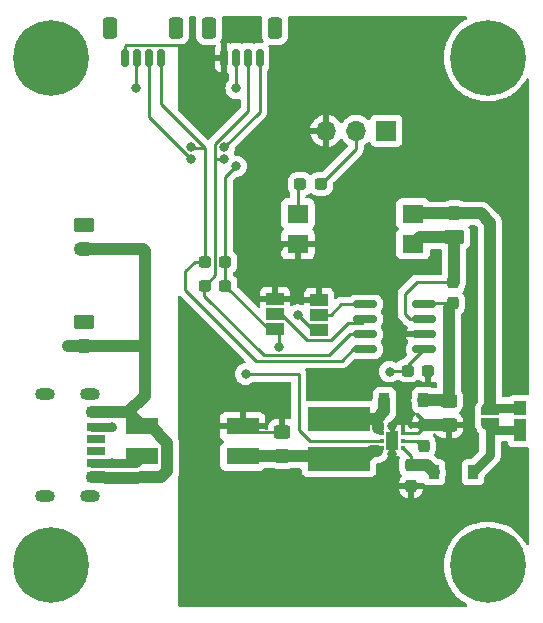
<source format=gbr>
%TF.GenerationSoftware,KiCad,Pcbnew,(6.0.4-0)*%
%TF.CreationDate,2022-09-10T09:10:34-06:00*%
%TF.ProjectId,TPS61165-heater-v7,54505336-3131-4363-952d-686561746572,rev?*%
%TF.SameCoordinates,Original*%
%TF.FileFunction,Copper,L1,Top*%
%TF.FilePolarity,Positive*%
%FSLAX46Y46*%
G04 Gerber Fmt 4.6, Leading zero omitted, Abs format (unit mm)*
G04 Created by KiCad (PCBNEW (6.0.4-0)) date 2022-09-10 09:10:34*
%MOMM*%
%LPD*%
G01*
G04 APERTURE LIST*
G04 Aperture macros list*
%AMRoundRect*
0 Rectangle with rounded corners*
0 $1 Rounding radius*
0 $2 $3 $4 $5 $6 $7 $8 $9 X,Y pos of 4 corners*
0 Add a 4 corners polygon primitive as box body*
4,1,4,$2,$3,$4,$5,$6,$7,$8,$9,$2,$3,0*
0 Add four circle primitives for the rounded corners*
1,1,$1+$1,$2,$3*
1,1,$1+$1,$4,$5*
1,1,$1+$1,$6,$7*
1,1,$1+$1,$8,$9*
0 Add four rect primitives between the rounded corners*
20,1,$1+$1,$2,$3,$4,$5,0*
20,1,$1+$1,$4,$5,$6,$7,0*
20,1,$1+$1,$6,$7,$8,$9,0*
20,1,$1+$1,$8,$9,$2,$3,0*%
%AMFreePoly0*
4,1,22,0.500000,-0.750000,0.000000,-0.750000,0.000000,-0.745033,-0.079941,-0.743568,-0.215256,-0.701293,-0.333266,-0.622738,-0.424486,-0.514219,-0.481581,-0.384460,-0.499164,-0.250000,-0.500000,-0.250000,-0.500000,0.250000,-0.499164,0.250000,-0.499963,0.256109,-0.478152,0.396186,-0.417904,0.524511,-0.324060,0.630769,-0.204165,0.706417,-0.067858,0.745374,0.000000,0.744959,0.000000,0.750000,
0.500000,0.750000,0.500000,-0.750000,0.500000,-0.750000,$1*%
%AMFreePoly1*
4,1,20,0.000000,0.744959,0.073905,0.744508,0.209726,0.703889,0.328688,0.626782,0.421226,0.519385,0.479903,0.390333,0.500000,0.250000,0.500000,-0.250000,0.499851,-0.262216,0.476331,-0.402017,0.414519,-0.529596,0.319384,-0.634700,0.198574,-0.708877,0.061801,-0.746166,0.000000,-0.745033,0.000000,-0.750000,-0.500000,-0.750000,-0.500000,0.750000,0.000000,0.750000,0.000000,0.744959,
0.000000,0.744959,$1*%
G04 Aperture macros list end*
%TA.AperFunction,SMDPad,CuDef*%
%ADD10RoundRect,0.150000X-0.150000X-0.625000X0.150000X-0.625000X0.150000X0.625000X-0.150000X0.625000X0*%
%TD*%
%TA.AperFunction,SMDPad,CuDef*%
%ADD11RoundRect,0.250000X-0.350000X-0.650000X0.350000X-0.650000X0.350000X0.650000X-0.350000X0.650000X0*%
%TD*%
%TA.AperFunction,ComponentPad*%
%ADD12RoundRect,0.250000X-0.625000X0.350000X-0.625000X-0.350000X0.625000X-0.350000X0.625000X0.350000X0*%
%TD*%
%TA.AperFunction,ComponentPad*%
%ADD13O,1.750000X1.200000*%
%TD*%
%TA.AperFunction,ComponentPad*%
%ADD14C,3.600000*%
%TD*%
%TA.AperFunction,ConnectorPad*%
%ADD15C,6.400000*%
%TD*%
%TA.AperFunction,ComponentPad*%
%ADD16R,1.700000X1.700000*%
%TD*%
%TA.AperFunction,ComponentPad*%
%ADD17O,1.700000X1.700000*%
%TD*%
%TA.AperFunction,ComponentPad*%
%ADD18RoundRect,0.250000X0.625000X-0.350000X0.625000X0.350000X-0.625000X0.350000X-0.625000X-0.350000X0*%
%TD*%
%TA.AperFunction,ComponentPad*%
%ADD19O,1.700000X1.000000*%
%TD*%
%TA.AperFunction,SMDPad,CuDef*%
%ADD20R,1.600000X0.800000*%
%TD*%
%TA.AperFunction,SMDPad,CuDef*%
%ADD21R,1.600000X0.900000*%
%TD*%
%TA.AperFunction,SMDPad,CuDef*%
%ADD22RoundRect,0.093750X0.093750X0.106250X-0.093750X0.106250X-0.093750X-0.106250X0.093750X-0.106250X0*%
%TD*%
%TA.AperFunction,SMDPad,CuDef*%
%ADD23R,1.000000X1.600000*%
%TD*%
%TA.AperFunction,SMDPad,CuDef*%
%ADD24R,5.300000X2.000000*%
%TD*%
%TA.AperFunction,SMDPad,CuDef*%
%ADD25RoundRect,0.237500X-0.237500X0.287500X-0.237500X-0.287500X0.237500X-0.287500X0.237500X0.287500X0*%
%TD*%
%TA.AperFunction,SMDPad,CuDef*%
%ADD26R,2.825000X1.400000*%
%TD*%
%TA.AperFunction,SMDPad,CuDef*%
%ADD27RoundRect,0.250000X0.450000X-0.325000X0.450000X0.325000X-0.450000X0.325000X-0.450000X-0.325000X0*%
%TD*%
%TA.AperFunction,SMDPad,CuDef*%
%ADD28R,0.900000X1.200000*%
%TD*%
%TA.AperFunction,SMDPad,CuDef*%
%ADD29RoundRect,0.237500X0.237500X-0.287500X0.237500X0.287500X-0.237500X0.287500X-0.237500X-0.287500X0*%
%TD*%
%TA.AperFunction,SMDPad,CuDef*%
%ADD30RoundRect,0.250000X-0.450000X0.325000X-0.450000X-0.325000X0.450000X-0.325000X0.450000X0.325000X0*%
%TD*%
%TA.AperFunction,SMDPad,CuDef*%
%ADD31RoundRect,0.237500X0.287500X0.237500X-0.287500X0.237500X-0.287500X-0.237500X0.287500X-0.237500X0*%
%TD*%
%TA.AperFunction,SMDPad,CuDef*%
%ADD32R,1.800000X1.600000*%
%TD*%
%TA.AperFunction,SMDPad,CuDef*%
%ADD33RoundRect,0.237500X-0.287500X-0.237500X0.287500X-0.237500X0.287500X0.237500X-0.287500X0.237500X0*%
%TD*%
%TA.AperFunction,SMDPad,CuDef*%
%ADD34R,1.500000X1.000000*%
%TD*%
%TA.AperFunction,SMDPad,CuDef*%
%ADD35FreePoly0,90.000000*%
%TD*%
%TA.AperFunction,SMDPad,CuDef*%
%ADD36FreePoly1,90.000000*%
%TD*%
%TA.AperFunction,SMDPad,CuDef*%
%ADD37RoundRect,0.150000X-0.825000X-0.150000X0.825000X-0.150000X0.825000X0.150000X-0.825000X0.150000X0*%
%TD*%
%TA.AperFunction,SMDPad,CuDef*%
%ADD38R,1.010000X1.900000*%
%TD*%
%TA.AperFunction,SMDPad,CuDef*%
%ADD39R,1.010000X1.180000*%
%TD*%
%TA.AperFunction,ViaPad*%
%ADD40C,0.800000*%
%TD*%
%TA.AperFunction,Conductor*%
%ADD41C,0.250000*%
%TD*%
%TA.AperFunction,Conductor*%
%ADD42C,1.000000*%
%TD*%
%TA.AperFunction,Conductor*%
%ADD43C,0.800000*%
%TD*%
G04 APERTURE END LIST*
D10*
%TO.P,J7,1,gnd*%
%TO.N,GND*%
X125300000Y-51025000D03*
%TO.P,J7,2,VCC*%
%TO.N,Net-(C4-Pad1)*%
X126300000Y-51025000D03*
%TO.P,J7,3,SDA*%
%TO.N,/sda*%
X127300000Y-51025000D03*
%TO.P,J7,4,SCL*%
%TO.N,/scl*%
X128300000Y-51025000D03*
D11*
%TO.P,J7,MP*%
%TO.N,N/C*%
X124000000Y-48500000D03*
X129600000Y-48500000D03*
%TD*%
D10*
%TO.P,J6,1,gnd*%
%TO.N,GND*%
X133700000Y-51025000D03*
%TO.P,J6,2,VCC*%
%TO.N,Net-(C4-Pad1)*%
X134700000Y-51025000D03*
%TO.P,J6,3,SDA*%
%TO.N,/sda*%
X135700000Y-51025000D03*
%TO.P,J6,4,SCL*%
%TO.N,/scl*%
X136700000Y-51025000D03*
D11*
%TO.P,J6,MP*%
%TO.N,N/C*%
X132400000Y-48500000D03*
X138000000Y-48500000D03*
%TD*%
D12*
%TO.P,J3,1,+*%
%TO.N,Net-(FL1-Pad2)*%
X121800000Y-65200000D03*
D13*
%TO.P,J3,2,-*%
%TO.N,Net-(FL1-Pad1)*%
X121800000Y-67200000D03*
%TD*%
D12*
%TO.P,J2,1,+*%
%TO.N,Net-(FL1-Pad2)*%
X121800000Y-73400000D03*
D13*
%TO.P,J2,2,-*%
%TO.N,Net-(FL1-Pad1)*%
X121800000Y-75400000D03*
%TD*%
D14*
%TO.P,H4,1*%
%TO.N,N/C*%
X119000000Y-94000000D03*
D15*
X119000000Y-94000000D03*
%TD*%
D14*
%TO.P,H3,1*%
%TO.N,N/C*%
X156000000Y-94000000D03*
D15*
X156000000Y-94000000D03*
%TD*%
D14*
%TO.P,H2,1*%
%TO.N,N/C*%
X156000000Y-51000000D03*
D15*
X156000000Y-51000000D03*
%TD*%
D14*
%TO.P,H1,1*%
%TO.N,N/C*%
X119000000Y-51000000D03*
D15*
X119000000Y-51000000D03*
%TD*%
D16*
%TO.P,J4,1,Pin_1*%
%TO.N,Net-(J4-Pad1)*%
X147400000Y-57200000D03*
D17*
%TO.P,J4,2,Pin_2*%
%TO.N,Net-(J4-Pad2)*%
X144860000Y-57200000D03*
%TO.P,J4,3,Pin_3*%
%TO.N,GND*%
X142320000Y-57200000D03*
%TD*%
D18*
%TO.P,J5,1,+*%
%TO.N,Net-(J5-Pad1)*%
X153150000Y-66200000D03*
D13*
%TO.P,J5,2,-*%
%TO.N,Net-(D3-Pad2)*%
X153150000Y-64200000D03*
%TD*%
D19*
%TO.P,J1,0,SHIELD*%
%TO.N,unconnected-(J1-Pad0)*%
X122320000Y-88120000D03*
X122320000Y-79480000D03*
X118520000Y-79480000D03*
X118520000Y-88120000D03*
D20*
%TO.P,J1,A5,CC1*%
%TO.N,unconnected-(J1-PadA5)*%
X122800000Y-83300000D03*
%TO.P,J1,A9,VBUS*%
%TO.N,Net-(FL1-Pad2)*%
X122800000Y-85320000D03*
D21*
%TO.P,J1,A12,GND*%
%TO.N,Net-(FL1-Pad1)*%
X122800000Y-86550000D03*
D20*
%TO.P,J1,B5,CC2*%
%TO.N,unconnected-(J1-PadB5)*%
X122800000Y-84300000D03*
%TO.P,J1,B9,VBUS*%
%TO.N,Net-(FL1-Pad2)*%
X122800000Y-82280000D03*
D21*
%TO.P,J1,B12,GND*%
%TO.N,Net-(FL1-Pad1)*%
X122800000Y-81050000D03*
%TD*%
D22*
%TO.P,U1,1,FB*%
%TO.N,Net-(D2-Pad2)*%
X148817500Y-84080000D03*
%TO.P,U1,2,COMP*%
%TO.N,Net-(C1-Pad1)*%
X148817500Y-83430000D03*
%TO.P,U1,3,GND*%
%TO.N,GND*%
X148817500Y-82780000D03*
%TO.P,U1,4,SW*%
%TO.N,Net-(D1-Pad2)*%
X147042500Y-82780000D03*
%TO.P,U1,5,CTRL*%
%TO.N,Net-(J4-Pad1)*%
X147042500Y-83430000D03*
%TO.P,U1,6,VIN*%
%TO.N,+5VD*%
X147042500Y-84080000D03*
D23*
%TO.P,U1,7,EP*%
%TO.N,GND*%
X147930000Y-83430000D03*
%TD*%
D24*
%TO.P,L1,1,1*%
%TO.N,+5VD*%
X143400000Y-85000000D03*
%TO.P,L1,2,2*%
%TO.N,Net-(D1-Pad2)*%
X143400000Y-81600000D03*
%TD*%
D25*
%TO.P,R1,1*%
%TO.N,Net-(D2-Pad2)*%
X149500000Y-85525000D03*
%TO.P,R1,2*%
%TO.N,GND*%
X149500000Y-87275000D03*
%TD*%
D26*
%TO.P,FL1,1,1*%
%TO.N,Net-(FL1-Pad1)*%
X126763000Y-82230000D03*
%TO.P,FL1,2,2*%
%TO.N,Net-(FL1-Pad2)*%
X126763000Y-84770000D03*
%TO.P,FL1,3,3*%
%TO.N,+5VD*%
X135237000Y-84770000D03*
%TO.P,FL1,4,4*%
%TO.N,GND*%
X135237000Y-82230000D03*
%TD*%
D27*
%TO.P,C3,1*%
%TO.N,+5VD*%
X138600000Y-84725000D03*
%TO.P,C3,2*%
%TO.N,GND*%
X138600000Y-82675000D03*
%TD*%
D28*
%TO.P,D1,1,K*%
%TO.N,Net-(C2-Pad1)*%
X150550000Y-80000000D03*
%TO.P,D1,2,A*%
%TO.N,Net-(D1-Pad2)*%
X147250000Y-80000000D03*
%TD*%
D29*
%TO.P,C1,1*%
%TO.N,Net-(C1-Pad1)*%
X150600000Y-83875000D03*
%TO.P,C1,2*%
%TO.N,GND*%
X150600000Y-82125000D03*
%TD*%
D30*
%TO.P,C2,1*%
%TO.N,Net-(C2-Pad1)*%
X152700000Y-80050000D03*
%TO.P,C2,2*%
%TO.N,GND*%
X152700000Y-82100000D03*
%TD*%
D31*
%TO.P,R3,1*%
%TO.N,Net-(J4-Pad2)*%
X141875000Y-61700000D03*
%TO.P,R3,2*%
%TO.N,Net-(R3-Pad2)*%
X140125000Y-61700000D03*
%TD*%
D32*
%TO.P,U2,1*%
%TO.N,Net-(R3-Pad2)*%
X139924000Y-64230000D03*
%TO.P,U2,2*%
%TO.N,GND*%
X139924000Y-66770000D03*
%TO.P,U2,3*%
%TO.N,Net-(J5-Pad1)*%
X149676000Y-66770000D03*
%TO.P,U2,4*%
%TO.N,Net-(D3-Pad2)*%
X149676000Y-64230000D03*
%TD*%
D33*
%TO.P,C4,1*%
%TO.N,Net-(C4-Pad1)*%
X149225000Y-77500000D03*
%TO.P,C4,2*%
%TO.N,GND*%
X150975000Y-77500000D03*
%TD*%
D25*
%TO.P,R2,1*%
%TO.N,Net-(J5-Pad1)*%
X153100000Y-70025000D03*
%TO.P,R2,2*%
%TO.N,Net-(C2-Pad1)*%
X153100000Y-71775000D03*
%TD*%
D33*
%TO.P,R4,1*%
%TO.N,/sda*%
X132025000Y-70300000D03*
%TO.P,R4,2*%
%TO.N,Net-(C4-Pad1)*%
X133775000Y-70300000D03*
%TD*%
%TO.P,R5,1*%
%TO.N,/scl*%
X132025000Y-68300000D03*
%TO.P,R5,2*%
%TO.N,Net-(C4-Pad1)*%
X133775000Y-68300000D03*
%TD*%
D34*
%TO.P,JP2,1,A*%
%TO.N,Net-(C4-Pad1)*%
X138000000Y-74000000D03*
%TO.P,JP2,2,C*%
%TO.N,Net-(JP2-Pad2)*%
X138000000Y-72700000D03*
%TO.P,JP2,3,B*%
%TO.N,GND*%
X138000000Y-71400000D03*
%TD*%
%TO.P,JP3,1,A*%
%TO.N,Net-(C4-Pad1)*%
X141700000Y-74100000D03*
%TO.P,JP3,2,C*%
%TO.N,Net-(JP3-Pad2)*%
X141700000Y-72800000D03*
%TO.P,JP3,3,B*%
%TO.N,GND*%
X141700000Y-71500000D03*
%TD*%
D28*
%TO.P,D2,1,K*%
%TO.N,Net-(D2-Pad1)*%
X154750000Y-86100000D03*
%TO.P,D2,2,A*%
%TO.N,Net-(D2-Pad2)*%
X151450000Y-86100000D03*
%TD*%
D35*
%TO.P,JP1,1,A*%
%TO.N,Net-(D2-Pad1)*%
X156200000Y-82050000D03*
D36*
%TO.P,JP1,2,B*%
%TO.N,Net-(D3-Pad2)*%
X156200000Y-80750000D03*
%TD*%
D37*
%TO.P,U3,1,A1*%
%TO.N,Net-(JP3-Pad2)*%
X145625000Y-71895000D03*
%TO.P,U3,2,A0*%
%TO.N,Net-(JP2-Pad2)*%
X145625000Y-73165000D03*
%TO.P,U3,3,SDA*%
%TO.N,/sda*%
X145625000Y-74435000D03*
%TO.P,U3,4,SCL*%
%TO.N,/scl*%
X145625000Y-75705000D03*
%TO.P,U3,5,VS*%
%TO.N,Net-(C4-Pad1)*%
X150575000Y-75705000D03*
%TO.P,U3,6,GND*%
%TO.N,GND*%
X150575000Y-74435000D03*
%TO.P,U3,7,IN-*%
%TO.N,Net-(J5-Pad1)*%
X150575000Y-73165000D03*
%TO.P,U3,8,IN+*%
%TO.N,Net-(C2-Pad1)*%
X150575000Y-71895000D03*
%TD*%
D38*
%TO.P,D3,1,K*%
%TO.N,Net-(D2-Pad1)*%
X158700000Y-82545000D03*
D39*
%TO.P,D3,2,A*%
%TO.N,Net-(D3-Pad2)*%
X158700000Y-80655000D03*
%TD*%
D40*
%TO.N,Net-(C4-Pad1)*%
X134700000Y-60200000D03*
X134700000Y-53600000D03*
X126200000Y-53600000D03*
%TO.N,GND*%
X133700000Y-52800000D03*
%TO.N,/sda*%
X130900000Y-59600000D03*
%TO.N,/scl*%
X133700000Y-58600000D03*
X130900000Y-58600000D03*
%TO.N,/sda*%
X133700000Y-59600000D03*
%TO.N,Net-(J4-Pad1)*%
X135500000Y-77800000D03*
%TO.N,GND*%
X147900000Y-83800000D03*
X152700000Y-83600000D03*
X147900000Y-87300000D03*
X147900000Y-83000000D03*
X149500000Y-88800000D03*
X147900000Y-82200000D03*
X147900000Y-84600000D03*
X141700000Y-79300000D03*
X138300000Y-67025000D03*
X138400000Y-79300000D03*
X141700000Y-78000000D03*
X138350000Y-80650000D03*
X138000000Y-71400000D03*
X141700000Y-71500000D03*
%TO.N,Net-(FL1-Pad2)*%
X124200000Y-82300000D03*
X124180000Y-85320000D03*
%TO.N,Net-(C4-Pad1)*%
X147700000Y-77600000D03*
X139900000Y-72800000D03*
X138300000Y-75500000D03*
%TD*%
D41*
%TO.N,Net-(C4-Pad1)*%
X133775000Y-61125000D02*
X134700000Y-60200000D01*
X133775000Y-68300000D02*
X133775000Y-61125000D01*
X134700000Y-51025000D02*
X134700000Y-53600000D01*
X126200000Y-53600000D02*
X126200000Y-51125000D01*
X126200000Y-51125000D02*
X126300000Y-51025000D01*
%TO.N,GND*%
X133700000Y-51025000D02*
X133700000Y-52800000D01*
X133700000Y-51025000D02*
X131825000Y-51025000D01*
X131825000Y-51025000D02*
X130700000Y-49900000D01*
X125400000Y-49900000D02*
X130700000Y-49900000D01*
X125300000Y-51025000D02*
X125300000Y-50000000D01*
X125300000Y-50000000D02*
X125400000Y-49900000D01*
%TO.N,/sda*%
X130875386Y-59600000D02*
X130900000Y-59600000D01*
X127300000Y-56024614D02*
X130875386Y-59600000D01*
X127300000Y-51025000D02*
X127300000Y-56024614D01*
%TO.N,/scl*%
X133700000Y-58600000D02*
X136700000Y-55600000D01*
X132025000Y-58625000D02*
X130925000Y-58625000D01*
X130925000Y-58625000D02*
X130900000Y-58600000D01*
X136700000Y-55600000D02*
X136700000Y-51025000D01*
%TO.N,/sda*%
X132900000Y-59600000D02*
X133700000Y-59600000D01*
X132900000Y-66400000D02*
X132900000Y-59600000D01*
X132900000Y-59600000D02*
X132900000Y-58300000D01*
X132025000Y-70300000D02*
X132925480Y-69399520D01*
X132925480Y-69399520D02*
X132925480Y-66425480D01*
X132925480Y-66425480D02*
X132900000Y-66400000D01*
X135700000Y-55500000D02*
X135700000Y-51025000D01*
X132900000Y-58300000D02*
X135700000Y-55500000D01*
%TO.N,/scl*%
X132025000Y-58625000D02*
X128300000Y-54900000D01*
X128300000Y-54900000D02*
X128300000Y-51025000D01*
X132025000Y-68300000D02*
X132025000Y-58625000D01*
%TO.N,Net-(C4-Pad1)*%
X133775000Y-70300000D02*
X133775000Y-68300000D01*
X138000000Y-74000000D02*
X137475000Y-74000000D01*
X137475000Y-74000000D02*
X133775000Y-70300000D01*
%TO.N,/scl*%
X145625000Y-75705000D02*
X144595000Y-75705000D01*
X144595000Y-75705000D02*
X143625969Y-76674031D01*
X143625969Y-76674031D02*
X136374031Y-76674031D01*
X130400000Y-69100000D02*
X131200000Y-68300000D01*
X136374031Y-76674031D02*
X130400000Y-70700000D01*
X130400000Y-70700000D02*
X130400000Y-69100000D01*
X131200000Y-68300000D02*
X132025000Y-68300000D01*
%TO.N,/sda*%
X145625000Y-74435000D02*
X144365000Y-74435000D01*
X132000000Y-70325000D02*
X132025000Y-70300000D01*
X144365000Y-74435000D02*
X142575489Y-76224511D01*
X137024511Y-76224511D02*
X132000000Y-71200000D01*
X142575489Y-76224511D02*
X137024511Y-76224511D01*
X132000000Y-71200000D02*
X132000000Y-70325000D01*
D42*
%TO.N,Net-(FL1-Pad1)*%
X126950000Y-75400000D02*
X126950000Y-67350000D01*
X126800000Y-67200000D02*
X121800000Y-67200000D01*
X126950000Y-67350000D02*
X126800000Y-67200000D01*
%TO.N,Net-(J5-Pad1)*%
X153150000Y-66200000D02*
X150246000Y-66200000D01*
X150246000Y-66200000D02*
X149676000Y-66770000D01*
%TO.N,Net-(D3-Pad2)*%
X153150000Y-64200000D02*
X149706000Y-64200000D01*
D41*
%TO.N,Net-(J4-Pad1)*%
X140000000Y-77800000D02*
X135500000Y-77800000D01*
X147042500Y-83430000D02*
X140930978Y-83430000D01*
X140930978Y-83430000D02*
X140000000Y-82499022D01*
X140000000Y-82499022D02*
X140000000Y-77800000D01*
%TO.N,Net-(J4-Pad2)*%
X141875000Y-61700000D02*
X144860000Y-58715000D01*
X144860000Y-58715000D02*
X144860000Y-57200000D01*
%TO.N,Net-(R3-Pad2)*%
X139924000Y-61901000D02*
X139924000Y-64230000D01*
%TO.N,GND*%
X138600000Y-82675000D02*
X135682000Y-82675000D01*
X138600000Y-82675000D02*
X138600000Y-80900000D01*
D42*
X152700000Y-82100000D02*
X150800000Y-82100000D01*
D41*
X148817500Y-82780000D02*
X150120000Y-82780000D01*
X150600000Y-81775000D02*
X150025000Y-81200000D01*
X138600000Y-80900000D02*
X138350000Y-80650000D01*
X150025000Y-81200000D02*
X149900000Y-81200000D01*
X149900000Y-81200000D02*
X150800000Y-82100000D01*
X150120000Y-82780000D02*
X150600000Y-82300000D01*
%TO.N,Net-(C1-Pad1)*%
X150600000Y-84050000D02*
X149980000Y-83430000D01*
X149980000Y-83430000D02*
X148817500Y-83430000D01*
D42*
%TO.N,Net-(C2-Pad1)*%
X150550000Y-80000000D02*
X152650000Y-80000000D01*
D41*
X153100000Y-71775000D02*
X150695000Y-71775000D01*
D42*
X152700000Y-80050000D02*
X152700000Y-72175000D01*
X152700000Y-72175000D02*
X153100000Y-71775000D01*
%TO.N,+5VD*%
X135237000Y-84770000D02*
X143170000Y-84770000D01*
X145500000Y-85000000D02*
X146169990Y-84330010D01*
X146169990Y-84330010D02*
X146619962Y-84330010D01*
D41*
%TO.N,Net-(D1-Pad2)*%
X147042500Y-82780000D02*
X146855000Y-82780000D01*
X146855000Y-82780000D02*
X146700000Y-82625000D01*
X146700000Y-82625000D02*
X146700000Y-82400000D01*
D42*
X146600000Y-81600000D02*
X146700000Y-82400000D01*
X147250000Y-80000000D02*
X147250000Y-80950000D01*
X145900000Y-81600000D02*
X146600000Y-81600000D01*
X147250000Y-80950000D02*
X146600000Y-81600000D01*
X143400000Y-81600000D02*
X145900000Y-81600000D01*
%TO.N,Net-(FL1-Pad1)*%
X126763000Y-82230000D02*
X125583000Y-81050000D01*
X128875501Y-83630001D02*
X128875501Y-86030001D01*
X128875501Y-86030001D02*
X128355491Y-86550011D01*
X127475500Y-82230000D02*
X128875501Y-83630001D01*
X128355491Y-86550011D02*
X124600000Y-86600000D01*
X124600000Y-86600000D02*
X122475000Y-86550011D01*
X120450000Y-75400000D02*
X126950000Y-75400000D01*
X125583000Y-81050000D02*
X126950000Y-79683000D01*
X125583000Y-81050000D02*
X123900000Y-81000000D01*
X126950000Y-79683000D02*
X126950000Y-75400000D01*
X123900000Y-81000000D02*
X122475000Y-81050000D01*
D43*
%TO.N,Net-(FL1-Pad2)*%
X124180000Y-82280000D02*
X124200000Y-82300000D01*
X126213000Y-85320000D02*
X126763000Y-84770000D01*
X124180000Y-85320000D02*
X126213000Y-85320000D01*
X122475000Y-85320000D02*
X124180000Y-85320000D01*
X122475000Y-82280000D02*
X124180000Y-82280000D01*
D41*
%TO.N,Net-(J5-Pad1)*%
X149274990Y-73004990D02*
X149274990Y-72974990D01*
X149975000Y-70025000D02*
X153100000Y-70025000D01*
D42*
X153150000Y-69975000D02*
X153100000Y-70025000D01*
D41*
X149435000Y-73165000D02*
X149274990Y-73004990D01*
X149000000Y-71000000D02*
X149975000Y-70025000D01*
X149000000Y-72700000D02*
X149000000Y-71000000D01*
X150575000Y-73165000D02*
X149435000Y-73165000D01*
D42*
X153150000Y-66200000D02*
X153150000Y-69975000D01*
D41*
X149274990Y-72974990D02*
X149000000Y-72700000D01*
%TO.N,Net-(C4-Pad1)*%
X139900000Y-72800000D02*
X141200000Y-74100000D01*
X149225000Y-77500000D02*
X147800000Y-77500000D01*
X149225000Y-77500000D02*
X149225000Y-77055000D01*
X147800000Y-77500000D02*
X147700000Y-77600000D01*
X149225000Y-77055000D02*
X150575000Y-75705000D01*
X138300000Y-75500000D02*
X138300000Y-74300000D01*
%TO.N,Net-(JP2-Pad2)*%
X145325000Y-73465000D02*
X144170002Y-73465000D01*
X142710001Y-74925001D02*
X140689999Y-74925001D01*
X140689999Y-74925001D02*
X138464998Y-72700000D01*
X144170002Y-73465000D02*
X142710001Y-74925001D01*
X145625000Y-73165000D02*
X145325000Y-73465000D01*
D42*
%TO.N,Net-(D3-Pad2)*%
X155400000Y-64200000D02*
X156200000Y-65000000D01*
X153150000Y-64200000D02*
X155400000Y-64200000D01*
D43*
X158700000Y-80655000D02*
X156295000Y-80655000D01*
D42*
X156200000Y-65000000D02*
X156200000Y-80750000D01*
D41*
%TO.N,Net-(D2-Pad2)*%
X149500000Y-85525000D02*
X149500000Y-84762500D01*
X149500000Y-84762500D02*
X148817500Y-84080000D01*
D42*
X149500000Y-85525000D02*
X150875000Y-85525000D01*
X150875000Y-85525000D02*
X151450000Y-86100000D01*
D43*
%TO.N,Net-(D2-Pad1)*%
X156695000Y-82545000D02*
X156200000Y-82050000D01*
X156200000Y-82050000D02*
X156200000Y-84650000D01*
X156200000Y-84650000D02*
X154750000Y-86100000D01*
X158700000Y-82545000D02*
X156695000Y-82545000D01*
D41*
%TO.N,Net-(JP3-Pad2)*%
X142700000Y-72800000D02*
X143605000Y-71895000D01*
X143605000Y-71895000D02*
X144650000Y-71895000D01*
X144650000Y-71895000D02*
X145625000Y-71895000D01*
X141700000Y-72800000D02*
X142700000Y-72800000D01*
%TD*%
%TA.AperFunction,Conductor*%
%TO.N,GND*%
G36*
X154227076Y-47528502D02*
G01*
X154273569Y-47582158D01*
X154283673Y-47652432D01*
X154254179Y-47717012D01*
X154216158Y-47746767D01*
X154146147Y-47782439D01*
X154146140Y-47782443D01*
X154143206Y-47783938D01*
X154140440Y-47785734D01*
X154140437Y-47785736D01*
X154114059Y-47802866D01*
X153817207Y-47995643D01*
X153515124Y-48240266D01*
X153240266Y-48515124D01*
X152995643Y-48817207D01*
X152783938Y-49143206D01*
X152782443Y-49146140D01*
X152782439Y-49146147D01*
X152698244Y-49311389D01*
X152607468Y-49489547D01*
X152579055Y-49563565D01*
X152472130Y-49842115D01*
X152468167Y-49852438D01*
X152367562Y-50227901D01*
X152306754Y-50611824D01*
X152286411Y-51000000D01*
X152306754Y-51388176D01*
X152367562Y-51772099D01*
X152468167Y-52147562D01*
X152469352Y-52150650D01*
X152469353Y-52150652D01*
X152511671Y-52260893D01*
X152607468Y-52510453D01*
X152608966Y-52513393D01*
X152720468Y-52732227D01*
X152783938Y-52856794D01*
X152995643Y-53182793D01*
X152997718Y-53185355D01*
X153179691Y-53410072D01*
X153240266Y-53484876D01*
X153515124Y-53759734D01*
X153517682Y-53761806D01*
X153517686Y-53761809D01*
X153552410Y-53789928D01*
X153817207Y-54004357D01*
X153819970Y-54006152D01*
X153819971Y-54006152D01*
X154021374Y-54136944D01*
X154143205Y-54216062D01*
X154146139Y-54217557D01*
X154146146Y-54217561D01*
X154282073Y-54286819D01*
X154489547Y-54392532D01*
X154590544Y-54431301D01*
X154791654Y-54508500D01*
X154852438Y-54531833D01*
X155227901Y-54632438D01*
X155431793Y-54664732D01*
X155608576Y-54692732D01*
X155608584Y-54692733D01*
X155611824Y-54693246D01*
X156000000Y-54713589D01*
X156388176Y-54693246D01*
X156391416Y-54692733D01*
X156391424Y-54692732D01*
X156568207Y-54664732D01*
X156772099Y-54632438D01*
X157147562Y-54531833D01*
X157208347Y-54508500D01*
X157409456Y-54431301D01*
X157510453Y-54392532D01*
X157717927Y-54286819D01*
X157853854Y-54217561D01*
X157853861Y-54217557D01*
X157856795Y-54216062D01*
X157978627Y-54136944D01*
X158180029Y-54006152D01*
X158180030Y-54006152D01*
X158182793Y-54004357D01*
X158447590Y-53789928D01*
X158482314Y-53761809D01*
X158482318Y-53761806D01*
X158484876Y-53759734D01*
X158759734Y-53484876D01*
X158820310Y-53410072D01*
X159002282Y-53185355D01*
X159004357Y-53182793D01*
X159216062Y-52856794D01*
X159253233Y-52783842D01*
X159301981Y-52732227D01*
X159370896Y-52715161D01*
X159438098Y-52738062D01*
X159482250Y-52793659D01*
X159491500Y-52841045D01*
X159491500Y-79447505D01*
X159471498Y-79515626D01*
X159417842Y-79562119D01*
X159347568Y-79572223D01*
X159330407Y-79567827D01*
X159330400Y-79567856D01*
X159322716Y-79566029D01*
X159315316Y-79563255D01*
X159253134Y-79556500D01*
X158146866Y-79556500D01*
X158084684Y-79563255D01*
X157948295Y-79614385D01*
X157831739Y-79701739D01*
X157826357Y-79708920D01*
X157825679Y-79709598D01*
X157763366Y-79743621D01*
X157736586Y-79746500D01*
X157334500Y-79746500D01*
X157266379Y-79726498D01*
X157219886Y-79672842D01*
X157208500Y-79620500D01*
X157208500Y-65061843D01*
X157209237Y-65048236D01*
X157212659Y-65016738D01*
X157212659Y-65016733D01*
X157213324Y-65010612D01*
X157208950Y-64960612D01*
X157208621Y-64955786D01*
X157208500Y-64953314D01*
X157208500Y-64950231D01*
X157207326Y-64938262D01*
X157204310Y-64907494D01*
X157204188Y-64906181D01*
X157196623Y-64819718D01*
X157196087Y-64813587D01*
X157194600Y-64808468D01*
X157194080Y-64803167D01*
X157167209Y-64714166D01*
X157166874Y-64713033D01*
X157142630Y-64629586D01*
X157142628Y-64629582D01*
X157140909Y-64623664D01*
X157138456Y-64618932D01*
X157136916Y-64613831D01*
X157093269Y-64531740D01*
X157092657Y-64530574D01*
X157052729Y-64453547D01*
X157049892Y-64448074D01*
X157046569Y-64443911D01*
X157044066Y-64439204D01*
X156985245Y-64367082D01*
X156984554Y-64366226D01*
X156953262Y-64327027D01*
X156950758Y-64324523D01*
X156950116Y-64323805D01*
X156946415Y-64319472D01*
X156919065Y-64285938D01*
X156883733Y-64256709D01*
X156874963Y-64248728D01*
X156156851Y-63530617D01*
X156147749Y-63520473D01*
X156127897Y-63495782D01*
X156124032Y-63490975D01*
X156085578Y-63458708D01*
X156081931Y-63455528D01*
X156080119Y-63453885D01*
X156077925Y-63451691D01*
X156044651Y-63424358D01*
X156043853Y-63423696D01*
X155972526Y-63363846D01*
X155967856Y-63361278D01*
X155963739Y-63357897D01*
X155905855Y-63326860D01*
X155881914Y-63314023D01*
X155880755Y-63313394D01*
X155804619Y-63271538D01*
X155804611Y-63271535D01*
X155799213Y-63268567D01*
X155794131Y-63266955D01*
X155789437Y-63264438D01*
X155700469Y-63237238D01*
X155699441Y-63236918D01*
X155610694Y-63208765D01*
X155605398Y-63208171D01*
X155600302Y-63206613D01*
X155507743Y-63197210D01*
X155506607Y-63197089D01*
X155472992Y-63193319D01*
X155460270Y-63191892D01*
X155460266Y-63191892D01*
X155456773Y-63191500D01*
X155453246Y-63191500D01*
X155452261Y-63191445D01*
X155446581Y-63190998D01*
X155417175Y-63188011D01*
X155409663Y-63187248D01*
X155409661Y-63187248D01*
X155403538Y-63186626D01*
X155361259Y-63190623D01*
X155357891Y-63190941D01*
X155346033Y-63191500D01*
X153912557Y-63191500D01*
X153865459Y-63182366D01*
X153746832Y-63134558D01*
X153746829Y-63134557D01*
X153741263Y-63132314D01*
X153533663Y-63091772D01*
X153528101Y-63091500D01*
X152822154Y-63091500D01*
X152664434Y-63106548D01*
X152461466Y-63166092D01*
X152450970Y-63171498D01*
X152439285Y-63177516D01*
X152381593Y-63191500D01*
X151095791Y-63191500D01*
X151027670Y-63171498D01*
X150994965Y-63141065D01*
X150990089Y-63134558D01*
X150939261Y-63066739D01*
X150822705Y-62979385D01*
X150686316Y-62928255D01*
X150624134Y-62921500D01*
X148727866Y-62921500D01*
X148665684Y-62928255D01*
X148529295Y-62979385D01*
X148412739Y-63066739D01*
X148325385Y-63183295D01*
X148274255Y-63319684D01*
X148267500Y-63381866D01*
X148267500Y-65078134D01*
X148274255Y-65140316D01*
X148325385Y-65276705D01*
X148412739Y-65393261D01*
X148420628Y-65399174D01*
X148421155Y-65399878D01*
X148426269Y-65404992D01*
X148425531Y-65405730D01*
X148463143Y-65456031D01*
X148468170Y-65526849D01*
X148434112Y-65589143D01*
X148420633Y-65600823D01*
X148412739Y-65606739D01*
X148325385Y-65723295D01*
X148274255Y-65859684D01*
X148267500Y-65921866D01*
X148267500Y-67618134D01*
X148274255Y-67680316D01*
X148325385Y-67816705D01*
X148412739Y-67933261D01*
X148529295Y-68020615D01*
X148665684Y-68071745D01*
X148727866Y-68078500D01*
X150624134Y-68078500D01*
X150686316Y-68071745D01*
X150822705Y-68020615D01*
X150939261Y-67933261D01*
X151026615Y-67816705D01*
X151077745Y-67680316D01*
X151084500Y-67618134D01*
X151084500Y-67334500D01*
X151104502Y-67266379D01*
X151158158Y-67219886D01*
X151210500Y-67208500D01*
X152015500Y-67208500D01*
X152083621Y-67228502D01*
X152130114Y-67282158D01*
X152141500Y-67334500D01*
X152141500Y-69265500D01*
X152121498Y-69333621D01*
X152067842Y-69380114D01*
X152015500Y-69391500D01*
X150053767Y-69391500D01*
X150042584Y-69390973D01*
X150035091Y-69389298D01*
X150027165Y-69389547D01*
X150027164Y-69389547D01*
X149967014Y-69391438D01*
X149963055Y-69391500D01*
X149935144Y-69391500D01*
X149931210Y-69391997D01*
X149931209Y-69391997D01*
X149931144Y-69392005D01*
X149919307Y-69392938D01*
X149887490Y-69393938D01*
X149883029Y-69394078D01*
X149875110Y-69394327D01*
X149857620Y-69399408D01*
X149855658Y-69399978D01*
X149836306Y-69403986D01*
X149829235Y-69404880D01*
X149816203Y-69406526D01*
X149808834Y-69409443D01*
X149808832Y-69409444D01*
X149775097Y-69422800D01*
X149763869Y-69426645D01*
X149721407Y-69438982D01*
X149714585Y-69443016D01*
X149714579Y-69443019D01*
X149703968Y-69449294D01*
X149686218Y-69457990D01*
X149674756Y-69462528D01*
X149674751Y-69462531D01*
X149667383Y-69465448D01*
X149660968Y-69470109D01*
X149631625Y-69491427D01*
X149621707Y-69497943D01*
X149603019Y-69508995D01*
X149583637Y-69520458D01*
X149569313Y-69534782D01*
X149554281Y-69547621D01*
X149537893Y-69559528D01*
X149512026Y-69590796D01*
X149509712Y-69593593D01*
X149501722Y-69602373D01*
X148607747Y-70496348D01*
X148599461Y-70503888D01*
X148592982Y-70508000D01*
X148587557Y-70513777D01*
X148546357Y-70557651D01*
X148543602Y-70560493D01*
X148523865Y-70580230D01*
X148521385Y-70583427D01*
X148513682Y-70592447D01*
X148483414Y-70624679D01*
X148479595Y-70631625D01*
X148479593Y-70631628D01*
X148473652Y-70642434D01*
X148462801Y-70658953D01*
X148450386Y-70674959D01*
X148447241Y-70682228D01*
X148447238Y-70682232D01*
X148432826Y-70715537D01*
X148427609Y-70726187D01*
X148406305Y-70764940D01*
X148404334Y-70772615D01*
X148404334Y-70772616D01*
X148401267Y-70784562D01*
X148394863Y-70803266D01*
X148386819Y-70821855D01*
X148385580Y-70829678D01*
X148385577Y-70829688D01*
X148379901Y-70865524D01*
X148377495Y-70877144D01*
X148376147Y-70882396D01*
X148366500Y-70919970D01*
X148366500Y-70940224D01*
X148364949Y-70959934D01*
X148361780Y-70979943D01*
X148362526Y-70987835D01*
X148365941Y-71023961D01*
X148366500Y-71035819D01*
X148366500Y-72621233D01*
X148365973Y-72632416D01*
X148364298Y-72639909D01*
X148364547Y-72647835D01*
X148364547Y-72647836D01*
X148366438Y-72707986D01*
X148366500Y-72711945D01*
X148366500Y-72739856D01*
X148366997Y-72743790D01*
X148366997Y-72743791D01*
X148367005Y-72743856D01*
X148367938Y-72755693D01*
X148369327Y-72799889D01*
X148374978Y-72819339D01*
X148378987Y-72838700D01*
X148381526Y-72858797D01*
X148384445Y-72866168D01*
X148384445Y-72866170D01*
X148397804Y-72899912D01*
X148401649Y-72911142D01*
X148409435Y-72937942D01*
X148413982Y-72953593D01*
X148418015Y-72960412D01*
X148418017Y-72960417D01*
X148424293Y-72971028D01*
X148432988Y-72988776D01*
X148440448Y-73007617D01*
X148445110Y-73014033D01*
X148445110Y-73014034D01*
X148466436Y-73043387D01*
X148472952Y-73053307D01*
X148495458Y-73091362D01*
X148509779Y-73105683D01*
X148522619Y-73120716D01*
X148534528Y-73137107D01*
X148540634Y-73142158D01*
X148568605Y-73165298D01*
X148577384Y-73173288D01*
X148705061Y-73300965D01*
X148717903Y-73316000D01*
X148741426Y-73348377D01*
X148747942Y-73358297D01*
X148764041Y-73385518D01*
X148770448Y-73396352D01*
X148784769Y-73410673D01*
X148797609Y-73425706D01*
X148809518Y-73442097D01*
X148815624Y-73447148D01*
X148843595Y-73470288D01*
X148852374Y-73478278D01*
X148931343Y-73557247D01*
X148938887Y-73565537D01*
X148943000Y-73572018D01*
X148948777Y-73577443D01*
X148992667Y-73618658D01*
X148995509Y-73621413D01*
X149015230Y-73641134D01*
X149018425Y-73643612D01*
X149027447Y-73651318D01*
X149059679Y-73681586D01*
X149066628Y-73685406D01*
X149077432Y-73691346D01*
X149093956Y-73702199D01*
X149109959Y-73714613D01*
X149126583Y-73721807D01*
X149148320Y-73731214D01*
X149202894Y-73776626D01*
X149224253Y-73844333D01*
X149206732Y-73910988D01*
X149145354Y-74014775D01*
X149139107Y-74029210D01*
X149100061Y-74163605D01*
X149100101Y-74177706D01*
X149107370Y-74181000D01*
X150703000Y-74181000D01*
X150771121Y-74201002D01*
X150817614Y-74254658D01*
X150829000Y-74307000D01*
X150829000Y-74563000D01*
X150808998Y-74631121D01*
X150755342Y-74677614D01*
X150703000Y-74689000D01*
X149113122Y-74689000D01*
X149099591Y-74692973D01*
X149098456Y-74700871D01*
X149139107Y-74840790D01*
X149145352Y-74855221D01*
X149221911Y-74984677D01*
X149227871Y-74992360D01*
X149253820Y-75058444D01*
X149239922Y-75128067D01*
X149229579Y-75144161D01*
X149225547Y-75148193D01*
X149140855Y-75291399D01*
X149138644Y-75299010D01*
X149138643Y-75299012D01*
X149133523Y-75316635D01*
X149094438Y-75451169D01*
X149093934Y-75457574D01*
X149093933Y-75457579D01*
X149092530Y-75475405D01*
X149091500Y-75488498D01*
X149091500Y-75921502D01*
X149094438Y-75958831D01*
X149140855Y-76118601D01*
X149144892Y-76125426D01*
X149145248Y-76126250D01*
X149153946Y-76196712D01*
X149118707Y-76265388D01*
X148896859Y-76487236D01*
X148834547Y-76521262D01*
X148820769Y-76523468D01*
X148790765Y-76526581D01*
X148790761Y-76526582D01*
X148783907Y-76527293D01*
X148777371Y-76529474D01*
X148777369Y-76529474D01*
X148644605Y-76573768D01*
X148618893Y-76582346D01*
X148470969Y-76673884D01*
X148348071Y-76796997D01*
X148346566Y-76799438D01*
X148290142Y-76839443D01*
X148219219Y-76842675D01*
X148175117Y-76822225D01*
X148174300Y-76821632D01*
X148156752Y-76808882D01*
X148150724Y-76806198D01*
X148150722Y-76806197D01*
X147988319Y-76733891D01*
X147988318Y-76733891D01*
X147982288Y-76731206D01*
X147888887Y-76711353D01*
X147801944Y-76692872D01*
X147801939Y-76692872D01*
X147795487Y-76691500D01*
X147604513Y-76691500D01*
X147598061Y-76692872D01*
X147598056Y-76692872D01*
X147511113Y-76711353D01*
X147417712Y-76731206D01*
X147411682Y-76733891D01*
X147411681Y-76733891D01*
X147249278Y-76806197D01*
X147249276Y-76806198D01*
X147243248Y-76808882D01*
X147237907Y-76812762D01*
X147237906Y-76812763D01*
X147196736Y-76842675D01*
X147088747Y-76921134D01*
X147084326Y-76926044D01*
X147084325Y-76926045D01*
X147077261Y-76933891D01*
X146960960Y-77063056D01*
X146865473Y-77228444D01*
X146806458Y-77410072D01*
X146805768Y-77416633D01*
X146805768Y-77416635D01*
X146804900Y-77424898D01*
X146786496Y-77600000D01*
X146787186Y-77606565D01*
X146805009Y-77776138D01*
X146806458Y-77789928D01*
X146865473Y-77971556D01*
X146960960Y-78136944D01*
X146965378Y-78141851D01*
X146965379Y-78141852D01*
X147071562Y-78259780D01*
X147088747Y-78278866D01*
X147243248Y-78391118D01*
X147249276Y-78393802D01*
X147249278Y-78393803D01*
X147383365Y-78453502D01*
X147417712Y-78468794D01*
X147511112Y-78488647D01*
X147598056Y-78507128D01*
X147598061Y-78507128D01*
X147604513Y-78508500D01*
X147795487Y-78508500D01*
X147801939Y-78507128D01*
X147801944Y-78507128D01*
X147888888Y-78488647D01*
X147982288Y-78468794D01*
X148016635Y-78453502D01*
X148150722Y-78393803D01*
X148150724Y-78393802D01*
X148156752Y-78391118D01*
X148289436Y-78294717D01*
X148356304Y-78270859D01*
X148425455Y-78286939D01*
X148452510Y-78307477D01*
X148471997Y-78326929D01*
X148620080Y-78418209D01*
X148785191Y-78472974D01*
X148792027Y-78473674D01*
X148792030Y-78473675D01*
X148839370Y-78478525D01*
X148887928Y-78483500D01*
X149562072Y-78483500D01*
X149565318Y-78483163D01*
X149565322Y-78483163D01*
X149659235Y-78473419D01*
X149659239Y-78473418D01*
X149666093Y-78472707D01*
X149672629Y-78470526D01*
X149672631Y-78470526D01*
X149805395Y-78426232D01*
X149831107Y-78417654D01*
X149979031Y-78326116D01*
X150011231Y-78293859D01*
X150073512Y-78259780D01*
X150144332Y-78264782D01*
X150189422Y-78293704D01*
X150217129Y-78321363D01*
X150228540Y-78330375D01*
X150364063Y-78413912D01*
X150377241Y-78420056D01*
X150528766Y-78470315D01*
X150542132Y-78473181D01*
X150634770Y-78482672D01*
X150641185Y-78483000D01*
X150702885Y-78483000D01*
X150718124Y-78478525D01*
X150719329Y-78477135D01*
X150721000Y-78469452D01*
X150721000Y-77372000D01*
X150741002Y-77303879D01*
X150794658Y-77257386D01*
X150847000Y-77246000D01*
X151103000Y-77246000D01*
X151171121Y-77266002D01*
X151217614Y-77319658D01*
X151229000Y-77372000D01*
X151229000Y-78464885D01*
X151233475Y-78480124D01*
X151234865Y-78481329D01*
X151242548Y-78483000D01*
X151308766Y-78483000D01*
X151315282Y-78482663D01*
X151409132Y-78472925D01*
X151422528Y-78470032D01*
X151525624Y-78435636D01*
X151596573Y-78433052D01*
X151657657Y-78469235D01*
X151689482Y-78532699D01*
X151691500Y-78555160D01*
X151691500Y-78865500D01*
X151671498Y-78933621D01*
X151617842Y-78980114D01*
X151565500Y-78991500D01*
X151344874Y-78991500D01*
X151276753Y-78971498D01*
X151269327Y-78966339D01*
X151246705Y-78949385D01*
X151110316Y-78898255D01*
X151048134Y-78891500D01*
X150051866Y-78891500D01*
X149989684Y-78898255D01*
X149853295Y-78949385D01*
X149736739Y-79036739D01*
X149649385Y-79153295D01*
X149598255Y-79289684D01*
X149591500Y-79351866D01*
X149591500Y-79666752D01*
X149585865Y-79704011D01*
X149557318Y-79796232D01*
X149536645Y-79992925D01*
X149540453Y-80034766D01*
X149549588Y-80135140D01*
X149554570Y-80189888D01*
X149556308Y-80195794D01*
X149556309Y-80195798D01*
X149586374Y-80297950D01*
X149591500Y-80333525D01*
X149591500Y-80648134D01*
X149598255Y-80710316D01*
X149649385Y-80846705D01*
X149736739Y-80963261D01*
X149853295Y-81050615D01*
X149861696Y-81053764D01*
X149862930Y-81054440D01*
X149913076Y-81104699D01*
X149928089Y-81174090D01*
X149903203Y-81240582D01*
X149891593Y-81253977D01*
X149778637Y-81367129D01*
X149769625Y-81378540D01*
X149686088Y-81514063D01*
X149679944Y-81527241D01*
X149629685Y-81678766D01*
X149626819Y-81692132D01*
X149617328Y-81784770D01*
X149617000Y-81791185D01*
X149617000Y-81852885D01*
X149621475Y-81868124D01*
X149622865Y-81869329D01*
X149630548Y-81871000D01*
X151433885Y-81871000D01*
X151478280Y-81857965D01*
X151488957Y-81851103D01*
X151524452Y-81846000D01*
X153889884Y-81846000D01*
X153905123Y-81841525D01*
X153906328Y-81840135D01*
X153907999Y-81832452D01*
X153907999Y-81727905D01*
X153907662Y-81721386D01*
X153897743Y-81625794D01*
X153894851Y-81612400D01*
X153843412Y-81458216D01*
X153837239Y-81445038D01*
X153751937Y-81307193D01*
X153742901Y-81295792D01*
X153628172Y-81181262D01*
X153619238Y-81174206D01*
X153578177Y-81116288D01*
X153574947Y-81045365D01*
X153610574Y-80983954D01*
X153618407Y-80977154D01*
X153624348Y-80973478D01*
X153749305Y-80848303D01*
X153842115Y-80697738D01*
X153897797Y-80529861D01*
X153908500Y-80425400D01*
X153908500Y-79674600D01*
X153902811Y-79619771D01*
X153898238Y-79575692D01*
X153898237Y-79575688D01*
X153897526Y-79568834D01*
X153879775Y-79515626D01*
X153843868Y-79408002D01*
X153841550Y-79401054D01*
X153748478Y-79250652D01*
X153743296Y-79245479D01*
X153738751Y-79239745D01*
X153740424Y-79238419D01*
X153711402Y-79185375D01*
X153708500Y-79158489D01*
X153708500Y-72780436D01*
X153728502Y-72712315D01*
X153768197Y-72673292D01*
X153797805Y-72654970D01*
X153797812Y-72654964D01*
X153804031Y-72651116D01*
X153809200Y-72645938D01*
X153921758Y-72533184D01*
X153921762Y-72533179D01*
X153926929Y-72528003D01*
X153961748Y-72471516D01*
X154014369Y-72386150D01*
X154014370Y-72386148D01*
X154018209Y-72379920D01*
X154072974Y-72214809D01*
X154074704Y-72197929D01*
X154079734Y-72148831D01*
X154083500Y-72112072D01*
X154083500Y-72026471D01*
X154089004Y-71989637D01*
X154093387Y-71975302D01*
X154101760Y-71892872D01*
X154112752Y-71784666D01*
X154112752Y-71784661D01*
X154113374Y-71778538D01*
X154100994Y-71647579D01*
X154095341Y-71587771D01*
X154095341Y-71587769D01*
X154094761Y-71581638D01*
X154088751Y-71561476D01*
X154083500Y-71525481D01*
X154083500Y-71437928D01*
X154083163Y-71434678D01*
X154073419Y-71340765D01*
X154073418Y-71340761D01*
X154072707Y-71333907D01*
X154068203Y-71320405D01*
X154019972Y-71175841D01*
X154017654Y-71168893D01*
X153966668Y-71086500D01*
X153929969Y-71027195D01*
X153929968Y-71027194D01*
X153926116Y-71020969D01*
X153894213Y-70989121D01*
X153860134Y-70926841D01*
X153865137Y-70856021D01*
X153894057Y-70810933D01*
X153921757Y-70783184D01*
X153926929Y-70778003D01*
X153968873Y-70709958D01*
X154014369Y-70636150D01*
X154014370Y-70636148D01*
X154018209Y-70629920D01*
X154072974Y-70464809D01*
X154075763Y-70437595D01*
X154080843Y-70388009D01*
X154085692Y-70364014D01*
X154112788Y-70275389D01*
X154113136Y-70274272D01*
X154139371Y-70191570D01*
X154141235Y-70185694D01*
X154141828Y-70180403D01*
X154143388Y-70175302D01*
X154152795Y-70082689D01*
X154152915Y-70081569D01*
X154158500Y-70031773D01*
X154158500Y-70028244D01*
X154158555Y-70027261D01*
X154159004Y-70021556D01*
X154162752Y-69984664D01*
X154162752Y-69984661D01*
X154163374Y-69978537D01*
X154159059Y-69932888D01*
X154158500Y-69921031D01*
X154158500Y-67274899D01*
X154178502Y-67206778D01*
X154218197Y-67167755D01*
X154243120Y-67152332D01*
X154249348Y-67148478D01*
X154374305Y-67023303D01*
X154467115Y-66872738D01*
X154522797Y-66704861D01*
X154533500Y-66600400D01*
X154533500Y-65799600D01*
X154533163Y-65796350D01*
X154523238Y-65700692D01*
X154523237Y-65700688D01*
X154522526Y-65693834D01*
X154466550Y-65526054D01*
X154389042Y-65400803D01*
X154370204Y-65332351D01*
X154391365Y-65264581D01*
X154445806Y-65219010D01*
X154496186Y-65208500D01*
X154930074Y-65208500D01*
X154998195Y-65228502D01*
X155019169Y-65245404D01*
X155154595Y-65380829D01*
X155188620Y-65443141D01*
X155191500Y-65469925D01*
X155191500Y-80030235D01*
X155171498Y-80098356D01*
X155160456Y-80113055D01*
X155138250Y-80138511D01*
X155060350Y-80258696D01*
X154999252Y-80390924D01*
X154958216Y-80528142D01*
X154957554Y-80532574D01*
X154957553Y-80532577D01*
X154940284Y-80648134D01*
X154936688Y-80672196D01*
X154935813Y-80815417D01*
X154936148Y-80817861D01*
X154936271Y-80821656D01*
X154936271Y-81250000D01*
X154938156Y-81276351D01*
X154940362Y-81307193D01*
X154941500Y-81323111D01*
X154950750Y-81354611D01*
X154952167Y-81359438D01*
X154955988Y-81412868D01*
X154936271Y-81550000D01*
X154936271Y-82040008D01*
X154936269Y-82040778D01*
X154936007Y-82083726D01*
X154935813Y-82115417D01*
X154939860Y-82144963D01*
X154950055Y-82219388D01*
X154955580Y-82259727D01*
X154994937Y-82397436D01*
X155054414Y-82530398D01*
X155056800Y-82534180D01*
X155056804Y-82534187D01*
X155089679Y-82586290D01*
X155130840Y-82651526D01*
X155225246Y-82762452D01*
X155248907Y-82783348D01*
X155286725Y-82843433D01*
X155291500Y-82877790D01*
X155291500Y-84221497D01*
X155271498Y-84289618D01*
X155254595Y-84310592D01*
X154610592Y-84954595D01*
X154548280Y-84988621D01*
X154521497Y-84991500D01*
X154251866Y-84991500D01*
X154189684Y-84998255D01*
X154053295Y-85049385D01*
X153936739Y-85136739D01*
X153849385Y-85253295D01*
X153798255Y-85389684D01*
X153791500Y-85451866D01*
X153791500Y-86748134D01*
X153798255Y-86810316D01*
X153849385Y-86946705D01*
X153936739Y-87063261D01*
X154053295Y-87150615D01*
X154189684Y-87201745D01*
X154251866Y-87208500D01*
X155248134Y-87208500D01*
X155310316Y-87201745D01*
X155446705Y-87150615D01*
X155563261Y-87063261D01*
X155650615Y-86946705D01*
X155701745Y-86810316D01*
X155708500Y-86748134D01*
X155708500Y-86478503D01*
X155728502Y-86410382D01*
X155745405Y-86389408D01*
X156784832Y-85349981D01*
X156799865Y-85337140D01*
X156805913Y-85332746D01*
X156805914Y-85332745D01*
X156811253Y-85328866D01*
X156857016Y-85278041D01*
X156861557Y-85273256D01*
X156876072Y-85258741D01*
X156888994Y-85242784D01*
X156893278Y-85237769D01*
X156934619Y-85191855D01*
X156934623Y-85191850D01*
X156939040Y-85186944D01*
X156942340Y-85181228D01*
X156942343Y-85181224D01*
X156946073Y-85174763D01*
X156957273Y-85158466D01*
X156961975Y-85152660D01*
X156961976Y-85152658D01*
X156966129Y-85147530D01*
X156971628Y-85136739D01*
X156997188Y-85086574D01*
X157000336Y-85080777D01*
X157031224Y-85027277D01*
X157034527Y-85021556D01*
X157038875Y-85008174D01*
X157046438Y-84989915D01*
X157052830Y-84977370D01*
X157070537Y-84911288D01*
X157072409Y-84904969D01*
X157091501Y-84846210D01*
X157091501Y-84846209D01*
X157093542Y-84839928D01*
X157095014Y-84825925D01*
X157098615Y-84806496D01*
X157102257Y-84792903D01*
X157103300Y-84772999D01*
X157105836Y-84724616D01*
X157106353Y-84718042D01*
X157108156Y-84700884D01*
X157108156Y-84700882D01*
X157108500Y-84697610D01*
X157108500Y-84677074D01*
X157108673Y-84670480D01*
X157111907Y-84608782D01*
X157111907Y-84608777D01*
X157112252Y-84602190D01*
X157110051Y-84588293D01*
X157108500Y-84568583D01*
X157108500Y-83579500D01*
X157128502Y-83511379D01*
X157182158Y-83464886D01*
X157234500Y-83453500D01*
X157563709Y-83453500D01*
X157631830Y-83473502D01*
X157678323Y-83527158D01*
X157688972Y-83565892D01*
X157693255Y-83605316D01*
X157744385Y-83741705D01*
X157831739Y-83858261D01*
X157948295Y-83945615D01*
X158084684Y-83996745D01*
X158146866Y-84003500D01*
X159253134Y-84003500D01*
X159315316Y-83996745D01*
X159322716Y-83993971D01*
X159330400Y-83992144D01*
X159330797Y-83993816D01*
X159392079Y-83989330D01*
X159454447Y-84023252D01*
X159488576Y-84085507D01*
X159491500Y-84112495D01*
X159491500Y-92158955D01*
X159471498Y-92227076D01*
X159417842Y-92273569D01*
X159347568Y-92283673D01*
X159282988Y-92254179D01*
X159253233Y-92216158D01*
X159217561Y-92146147D01*
X159217557Y-92146140D01*
X159216062Y-92143206D01*
X159004357Y-91817207D01*
X158759734Y-91515124D01*
X158484876Y-91240266D01*
X158182793Y-90995643D01*
X157856795Y-90783938D01*
X157853861Y-90782443D01*
X157853854Y-90782439D01*
X157513393Y-90608966D01*
X157510453Y-90607468D01*
X157147562Y-90468167D01*
X156772099Y-90367562D01*
X156568207Y-90335268D01*
X156391424Y-90307268D01*
X156391416Y-90307267D01*
X156388176Y-90306754D01*
X156000000Y-90286411D01*
X155611824Y-90306754D01*
X155608584Y-90307267D01*
X155608576Y-90307268D01*
X155431793Y-90335268D01*
X155227901Y-90367562D01*
X154852438Y-90468167D01*
X154489547Y-90607468D01*
X154486607Y-90608966D01*
X154146147Y-90782439D01*
X154146140Y-90782443D01*
X154143206Y-90783938D01*
X153817207Y-90995643D01*
X153515124Y-91240266D01*
X153240266Y-91515124D01*
X152995643Y-91817207D01*
X152783938Y-92143206D01*
X152782443Y-92146140D01*
X152782439Y-92146147D01*
X152712366Y-92283673D01*
X152607468Y-92489547D01*
X152468167Y-92852438D01*
X152367562Y-93227901D01*
X152306754Y-93611824D01*
X152286411Y-94000000D01*
X152306754Y-94388176D01*
X152367562Y-94772099D01*
X152468167Y-95147562D01*
X152607468Y-95510453D01*
X152608966Y-95513393D01*
X152720468Y-95732227D01*
X152783938Y-95856794D01*
X152995643Y-96182793D01*
X153240266Y-96484876D01*
X153515124Y-96759734D01*
X153817207Y-97004357D01*
X154143205Y-97216062D01*
X154146139Y-97217557D01*
X154146146Y-97217561D01*
X154216157Y-97253233D01*
X154267772Y-97301981D01*
X154284838Y-97370896D01*
X154261937Y-97438098D01*
X154206340Y-97482250D01*
X154158954Y-97491500D01*
X129905712Y-97491500D01*
X129837591Y-97471498D01*
X129791098Y-97417842D01*
X129779712Y-97365470D01*
X129782054Y-87608766D01*
X148517000Y-87608766D01*
X148517337Y-87615282D01*
X148527075Y-87709132D01*
X148529968Y-87722528D01*
X148580488Y-87873953D01*
X148586653Y-87887115D01*
X148670426Y-88022492D01*
X148679460Y-88033890D01*
X148792129Y-88146363D01*
X148803540Y-88155375D01*
X148939063Y-88238912D01*
X148952241Y-88245056D01*
X149103766Y-88295315D01*
X149117132Y-88298181D01*
X149209770Y-88307672D01*
X149216185Y-88308000D01*
X149227885Y-88308000D01*
X149243124Y-88303525D01*
X149244329Y-88302135D01*
X149246000Y-88294452D01*
X149246000Y-88289885D01*
X149754000Y-88289885D01*
X149758475Y-88305124D01*
X149759865Y-88306329D01*
X149767548Y-88308000D01*
X149783766Y-88308000D01*
X149790282Y-88307663D01*
X149884132Y-88297925D01*
X149897528Y-88295032D01*
X150048953Y-88244512D01*
X150062115Y-88238347D01*
X150197492Y-88154574D01*
X150208890Y-88145540D01*
X150321363Y-88032871D01*
X150330375Y-88021460D01*
X150413912Y-87885937D01*
X150420056Y-87872759D01*
X150470315Y-87721234D01*
X150473181Y-87707868D01*
X150482672Y-87615230D01*
X150483000Y-87608815D01*
X150483000Y-87547115D01*
X150478525Y-87531876D01*
X150477135Y-87530671D01*
X150469452Y-87529000D01*
X149772115Y-87529000D01*
X149756876Y-87533475D01*
X149755671Y-87534865D01*
X149754000Y-87542548D01*
X149754000Y-88289885D01*
X149246000Y-88289885D01*
X149246000Y-87547115D01*
X149241525Y-87531876D01*
X149240135Y-87530671D01*
X149232452Y-87529000D01*
X148535115Y-87529000D01*
X148519876Y-87533475D01*
X148518671Y-87534865D01*
X148517000Y-87542548D01*
X148517000Y-87608766D01*
X129782054Y-87608766D01*
X129782319Y-86506308D01*
X129797905Y-86445638D01*
X129803964Y-86434618D01*
X129803967Y-86434611D01*
X129806934Y-86429214D01*
X129808546Y-86424132D01*
X129811063Y-86419438D01*
X129838263Y-86330470D01*
X129838609Y-86329359D01*
X129845629Y-86307232D01*
X129866736Y-86240695D01*
X129867330Y-86235399D01*
X129868888Y-86230303D01*
X129878291Y-86137744D01*
X129878412Y-86136608D01*
X129884001Y-86086774D01*
X129884001Y-86083247D01*
X129884056Y-86082262D01*
X129884503Y-86076582D01*
X129888875Y-86033539D01*
X129884560Y-85987892D01*
X129884001Y-85976034D01*
X129884001Y-83691841D01*
X129884738Y-83678233D01*
X129888160Y-83646737D01*
X129888160Y-83646733D01*
X129888825Y-83640612D01*
X129886809Y-83617568D01*
X129884451Y-83590610D01*
X129884122Y-83585785D01*
X129884001Y-83583314D01*
X129884001Y-83580232D01*
X129881329Y-83552988D01*
X129879810Y-83537490D01*
X129879688Y-83536175D01*
X129874205Y-83473502D01*
X129871588Y-83443588D01*
X129870101Y-83438469D01*
X129869581Y-83433168D01*
X129842719Y-83344195D01*
X129842363Y-83342995D01*
X129816410Y-83253664D01*
X129813956Y-83248930D01*
X129812417Y-83243832D01*
X129797872Y-83216476D01*
X129783124Y-83157294D01*
X129783412Y-81957885D01*
X133316500Y-81957885D01*
X133320975Y-81973124D01*
X133322365Y-81974329D01*
X133330048Y-81976000D01*
X134964885Y-81976000D01*
X134980124Y-81971525D01*
X134981329Y-81970135D01*
X134983000Y-81962452D01*
X134983000Y-81957885D01*
X135491000Y-81957885D01*
X135495475Y-81973124D01*
X135496865Y-81974329D01*
X135504548Y-81976000D01*
X137139384Y-81976000D01*
X137154623Y-81971525D01*
X137155828Y-81970135D01*
X137157499Y-81962452D01*
X137157499Y-81485331D01*
X137157129Y-81478510D01*
X137151605Y-81427648D01*
X137147979Y-81412396D01*
X137102824Y-81291946D01*
X137094286Y-81276351D01*
X137017785Y-81174276D01*
X137005224Y-81161715D01*
X136903149Y-81085214D01*
X136887554Y-81076676D01*
X136767106Y-81031522D01*
X136751851Y-81027895D01*
X136700986Y-81022369D01*
X136694172Y-81022000D01*
X135509115Y-81022000D01*
X135493876Y-81026475D01*
X135492671Y-81027865D01*
X135491000Y-81035548D01*
X135491000Y-81957885D01*
X134983000Y-81957885D01*
X134983000Y-81040116D01*
X134978525Y-81024877D01*
X134977135Y-81023672D01*
X134969452Y-81022001D01*
X133779831Y-81022001D01*
X133773010Y-81022371D01*
X133722148Y-81027895D01*
X133706896Y-81031521D01*
X133586446Y-81076676D01*
X133570851Y-81085214D01*
X133468776Y-81161715D01*
X133456215Y-81174276D01*
X133379714Y-81276351D01*
X133371176Y-81291946D01*
X133326022Y-81412394D01*
X133322395Y-81427649D01*
X133316869Y-81478514D01*
X133316500Y-81485328D01*
X133316500Y-81957885D01*
X129783412Y-81957885D01*
X129784778Y-76265388D01*
X129785973Y-71286035D01*
X129805991Y-71217921D01*
X129859658Y-71171441D01*
X129929935Y-71161354D01*
X129994508Y-71190862D01*
X130001068Y-71196972D01*
X135481747Y-76677651D01*
X135515773Y-76739963D01*
X135510708Y-76810778D01*
X135468161Y-76867614D01*
X135407243Y-76891500D01*
X135404513Y-76891500D01*
X135217712Y-76931206D01*
X135211682Y-76933891D01*
X135211681Y-76933891D01*
X135049278Y-77006197D01*
X135049276Y-77006198D01*
X135043248Y-77008882D01*
X134888747Y-77121134D01*
X134884326Y-77126044D01*
X134884325Y-77126045D01*
X134767301Y-77256014D01*
X134760960Y-77263056D01*
X134665473Y-77428444D01*
X134606458Y-77610072D01*
X134605768Y-77616633D01*
X134605768Y-77616635D01*
X134590685Y-77760144D01*
X134586496Y-77800000D01*
X134587186Y-77806565D01*
X134605129Y-77977279D01*
X134606458Y-77989928D01*
X134665473Y-78171556D01*
X134760960Y-78336944D01*
X134765378Y-78341851D01*
X134765379Y-78341852D01*
X134884073Y-78473675D01*
X134888747Y-78478866D01*
X135043248Y-78591118D01*
X135049276Y-78593802D01*
X135049278Y-78593803D01*
X135211681Y-78666109D01*
X135217712Y-78668794D01*
X135311112Y-78688647D01*
X135398056Y-78707128D01*
X135398061Y-78707128D01*
X135404513Y-78708500D01*
X135595487Y-78708500D01*
X135601939Y-78707128D01*
X135601944Y-78707128D01*
X135688888Y-78688647D01*
X135782288Y-78668794D01*
X135788319Y-78666109D01*
X135950722Y-78593803D01*
X135950724Y-78593802D01*
X135956752Y-78591118D01*
X136070466Y-78508500D01*
X136105563Y-78483000D01*
X136111253Y-78478866D01*
X136115668Y-78473963D01*
X136120580Y-78469540D01*
X136121705Y-78470789D01*
X136175014Y-78437949D01*
X136208200Y-78433500D01*
X139240500Y-78433500D01*
X139308621Y-78453502D01*
X139355114Y-78507158D01*
X139366500Y-78559500D01*
X139366500Y-81482261D01*
X139346498Y-81550382D01*
X139292842Y-81596875D01*
X139222568Y-81606979D01*
X139214089Y-81605462D01*
X139197916Y-81601995D01*
X139103562Y-81592328D01*
X139097145Y-81592000D01*
X138872115Y-81592000D01*
X138856876Y-81596475D01*
X138855671Y-81597865D01*
X138854000Y-81605548D01*
X138854000Y-82803000D01*
X138833998Y-82871121D01*
X138780342Y-82917614D01*
X138728000Y-82929000D01*
X138472000Y-82929000D01*
X138403879Y-82908998D01*
X138357386Y-82855342D01*
X138346000Y-82803000D01*
X138346000Y-81610116D01*
X138341525Y-81594877D01*
X138340135Y-81593672D01*
X138332452Y-81592001D01*
X138102905Y-81592001D01*
X138096386Y-81592338D01*
X138000794Y-81602257D01*
X137987400Y-81605149D01*
X137833216Y-81656588D01*
X137820038Y-81662761D01*
X137682193Y-81748063D01*
X137670792Y-81757099D01*
X137556261Y-81871829D01*
X137547249Y-81883240D01*
X137462184Y-82021243D01*
X137456037Y-82034424D01*
X137404862Y-82188710D01*
X137401995Y-82202086D01*
X137392328Y-82296438D01*
X137392000Y-82302855D01*
X137392000Y-82424401D01*
X137371998Y-82492522D01*
X137318342Y-82539015D01*
X137248068Y-82549119D01*
X137183488Y-82519625D01*
X137174275Y-82505289D01*
X137151635Y-82485671D01*
X137143952Y-82484000D01*
X133334616Y-82484000D01*
X133319377Y-82488475D01*
X133318172Y-82489865D01*
X133316501Y-82497548D01*
X133316501Y-82974669D01*
X133316871Y-82981490D01*
X133322395Y-83032352D01*
X133326021Y-83047604D01*
X133371176Y-83168054D01*
X133379714Y-83183649D01*
X133456215Y-83285724D01*
X133468776Y-83298285D01*
X133570851Y-83374786D01*
X133594318Y-83387634D01*
X133593083Y-83389889D01*
X133639014Y-83424392D01*
X133663714Y-83490954D01*
X133648507Y-83560303D01*
X133598221Y-83610421D01*
X133589766Y-83614282D01*
X133586202Y-83616233D01*
X133577795Y-83619385D01*
X133461239Y-83706739D01*
X133373885Y-83823295D01*
X133322755Y-83959684D01*
X133316000Y-84021866D01*
X133316000Y-85518134D01*
X133322755Y-85580316D01*
X133373885Y-85716705D01*
X133461239Y-85833261D01*
X133577795Y-85920615D01*
X133714184Y-85971745D01*
X133776366Y-85978500D01*
X136697634Y-85978500D01*
X136759816Y-85971745D01*
X136896205Y-85920615D01*
X137012761Y-85833261D01*
X137018142Y-85826081D01*
X137024492Y-85819731D01*
X137026127Y-85821366D01*
X137072859Y-85786421D01*
X137116829Y-85778500D01*
X137916610Y-85778500D01*
X137956276Y-85784907D01*
X137995139Y-85797797D01*
X138001975Y-85798497D01*
X138001978Y-85798498D01*
X138045031Y-85802909D01*
X138099600Y-85808500D01*
X139100400Y-85808500D01*
X139103646Y-85808163D01*
X139103650Y-85808163D01*
X139199308Y-85798238D01*
X139199312Y-85798237D01*
X139206166Y-85797526D01*
X139212702Y-85795345D01*
X139212704Y-85795345D01*
X139243783Y-85784976D01*
X139283659Y-85778500D01*
X140115500Y-85778500D01*
X140183621Y-85798502D01*
X140230114Y-85852158D01*
X140241500Y-85904500D01*
X140241500Y-86048134D01*
X140248255Y-86110316D01*
X140299385Y-86246705D01*
X140386739Y-86363261D01*
X140503295Y-86450615D01*
X140639684Y-86501745D01*
X140701866Y-86508500D01*
X146098134Y-86508500D01*
X146160316Y-86501745D01*
X146296705Y-86450615D01*
X146413261Y-86363261D01*
X146500615Y-86246705D01*
X146551745Y-86110316D01*
X146558500Y-86048134D01*
X146558500Y-85463667D01*
X146578502Y-85395546D01*
X146632158Y-85349053D01*
X146672204Y-85338268D01*
X146743618Y-85331265D01*
X146816795Y-85324090D01*
X146822696Y-85322308D01*
X146822698Y-85322308D01*
X146896015Y-85300172D01*
X147006131Y-85266926D01*
X147180758Y-85174076D01*
X147295154Y-85080777D01*
X147329249Y-85052970D01*
X147329252Y-85052967D01*
X147334024Y-85049075D01*
X147381349Y-84991869D01*
X147456163Y-84901435D01*
X147456165Y-84901431D01*
X147460092Y-84896685D01*
X147463022Y-84891265D01*
X147463026Y-84891260D01*
X147510168Y-84804072D01*
X147560163Y-84753663D01*
X147621004Y-84738000D01*
X147657885Y-84738000D01*
X147673124Y-84733525D01*
X147674329Y-84732135D01*
X147676000Y-84724452D01*
X147676000Y-84481998D01*
X147685591Y-84433780D01*
X147719839Y-84351098D01*
X147722999Y-84343469D01*
X147727327Y-84310592D01*
X147737962Y-84229813D01*
X147737962Y-84229812D01*
X147738500Y-84225726D01*
X148121500Y-84225726D01*
X148122038Y-84229812D01*
X148122038Y-84229813D01*
X148132673Y-84310592D01*
X148137001Y-84343469D01*
X148140161Y-84351098D01*
X148174409Y-84433780D01*
X148184000Y-84481998D01*
X148184000Y-84719884D01*
X148188475Y-84735123D01*
X148189865Y-84736328D01*
X148197548Y-84737999D01*
X148456970Y-84737999D01*
X148505189Y-84747591D01*
X148515985Y-84752063D01*
X148571266Y-84796612D01*
X148593686Y-84863975D01*
X148582543Y-84918860D01*
X148581791Y-84920080D01*
X148527026Y-85085191D01*
X148516500Y-85187928D01*
X148516500Y-85272515D01*
X148510867Y-85309767D01*
X148507318Y-85321232D01*
X148486645Y-85517925D01*
X148504570Y-85714888D01*
X148506308Y-85720794D01*
X148506309Y-85720798D01*
X148511374Y-85738006D01*
X148516500Y-85773581D01*
X148516500Y-85862072D01*
X148516837Y-85865318D01*
X148516837Y-85865322D01*
X148521231Y-85907665D01*
X148527293Y-85966093D01*
X148529474Y-85972629D01*
X148529474Y-85972631D01*
X148547749Y-86027408D01*
X148582346Y-86131107D01*
X148673884Y-86279031D01*
X148706141Y-86311231D01*
X148740220Y-86373512D01*
X148735218Y-86444332D01*
X148706296Y-86489422D01*
X148678637Y-86517129D01*
X148669625Y-86528540D01*
X148586088Y-86664063D01*
X148579944Y-86677241D01*
X148529685Y-86828766D01*
X148526819Y-86842132D01*
X148517328Y-86934770D01*
X148517000Y-86941185D01*
X148517000Y-87002885D01*
X148521475Y-87018124D01*
X148522865Y-87019329D01*
X148530548Y-87021000D01*
X150464883Y-87021000D01*
X150495891Y-87011895D01*
X150566887Y-87011895D01*
X150626614Y-87050278D01*
X150631022Y-87055745D01*
X150631358Y-87056081D01*
X150636739Y-87063261D01*
X150753295Y-87150615D01*
X150889684Y-87201745D01*
X150951866Y-87208500D01*
X151948134Y-87208500D01*
X152010316Y-87201745D01*
X152146705Y-87150615D01*
X152263261Y-87063261D01*
X152350615Y-86946705D01*
X152401745Y-86810316D01*
X152408500Y-86748134D01*
X152408500Y-86433299D01*
X152414266Y-86395620D01*
X152440122Y-86313113D01*
X152441965Y-86307232D01*
X152445029Y-86279031D01*
X152462659Y-86116737D01*
X152462659Y-86116733D01*
X152463324Y-86110612D01*
X152446087Y-85913587D01*
X152415461Y-85808172D01*
X152413503Y-85801432D01*
X152408500Y-85766279D01*
X152408500Y-85451866D01*
X152401745Y-85389684D01*
X152350615Y-85253295D01*
X152263261Y-85136739D01*
X152146705Y-85049385D01*
X152010316Y-84998255D01*
X151948134Y-84991500D01*
X151819924Y-84991500D01*
X151751803Y-84971498D01*
X151730829Y-84954595D01*
X151631855Y-84855621D01*
X151622753Y-84845478D01*
X151602897Y-84820782D01*
X151599032Y-84815975D01*
X151560578Y-84783708D01*
X151556931Y-84780528D01*
X151555119Y-84778885D01*
X151552925Y-84776691D01*
X151519654Y-84749361D01*
X151518799Y-84748651D01*
X151492620Y-84726684D01*
X151453294Y-84667574D01*
X151452168Y-84596587D01*
X151466352Y-84564047D01*
X151514369Y-84486150D01*
X151514370Y-84486148D01*
X151518209Y-84479920D01*
X151572974Y-84314809D01*
X151583500Y-84212072D01*
X151583500Y-83537928D01*
X151582383Y-83527158D01*
X151573419Y-83440765D01*
X151573418Y-83440761D01*
X151572707Y-83433907D01*
X151558022Y-83389889D01*
X151523269Y-83285724D01*
X151517654Y-83268893D01*
X151426116Y-83120969D01*
X151393859Y-83088769D01*
X151359780Y-83026488D01*
X151364782Y-82955668D01*
X151393704Y-82910578D01*
X151421363Y-82882871D01*
X151433597Y-82867380D01*
X151491514Y-82826317D01*
X151562437Y-82823085D01*
X151623849Y-82858710D01*
X151639622Y-82879167D01*
X151648063Y-82892807D01*
X151657099Y-82904208D01*
X151771829Y-83018739D01*
X151783240Y-83027751D01*
X151921243Y-83112816D01*
X151934424Y-83118963D01*
X152088710Y-83170138D01*
X152102086Y-83173005D01*
X152196438Y-83182672D01*
X152202854Y-83183000D01*
X152427885Y-83183000D01*
X152443124Y-83178525D01*
X152444329Y-83177135D01*
X152446000Y-83169452D01*
X152446000Y-83164884D01*
X152954000Y-83164884D01*
X152958475Y-83180123D01*
X152959865Y-83181328D01*
X152967548Y-83182999D01*
X153197095Y-83182999D01*
X153203614Y-83182662D01*
X153299206Y-83172743D01*
X153312600Y-83169851D01*
X153466784Y-83118412D01*
X153479962Y-83112239D01*
X153617807Y-83026937D01*
X153629208Y-83017901D01*
X153743739Y-82903171D01*
X153752751Y-82891760D01*
X153837816Y-82753757D01*
X153843963Y-82740576D01*
X153895138Y-82586290D01*
X153898005Y-82572914D01*
X153907672Y-82478562D01*
X153908000Y-82472146D01*
X153908000Y-82372115D01*
X153903525Y-82356876D01*
X153902135Y-82355671D01*
X153894452Y-82354000D01*
X152972115Y-82354000D01*
X152956876Y-82358475D01*
X152955671Y-82359865D01*
X152954000Y-82367548D01*
X152954000Y-83164884D01*
X152446000Y-83164884D01*
X152446000Y-82372115D01*
X152441525Y-82356876D01*
X152440135Y-82355671D01*
X152432452Y-82354000D01*
X151641115Y-82354000D01*
X151596720Y-82367035D01*
X151586043Y-82373897D01*
X151550548Y-82379000D01*
X149635115Y-82379000D01*
X149606001Y-82387549D01*
X149569622Y-82410929D01*
X149498626Y-82410930D01*
X149438899Y-82372547D01*
X149434159Y-82366737D01*
X149345446Y-82251123D01*
X149333877Y-82239554D01*
X149221272Y-82153150D01*
X149207091Y-82144963D01*
X149075969Y-82090650D01*
X149060149Y-82086411D01*
X149022960Y-82081515D01*
X149008778Y-82083726D01*
X149005000Y-82096883D01*
X149005000Y-82595500D01*
X148984998Y-82663621D01*
X148931342Y-82710114D01*
X148879000Y-82721500D01*
X148755347Y-82721500D01*
X148687226Y-82701498D01*
X148640733Y-82647842D01*
X148632776Y-82592500D01*
X148630000Y-82592500D01*
X148630000Y-82097266D01*
X148625956Y-82083495D01*
X148612417Y-82081466D01*
X148574849Y-82086411D01*
X148559034Y-82090649D01*
X148506499Y-82112409D01*
X148458281Y-82122000D01*
X148202115Y-82122000D01*
X148186876Y-82126475D01*
X148185671Y-82127865D01*
X148184000Y-82135548D01*
X148184000Y-82574385D01*
X148188475Y-82589624D01*
X148189865Y-82590829D01*
X148197548Y-82592500D01*
X148316245Y-82592500D01*
X148384366Y-82612502D01*
X148430859Y-82666158D01*
X148440963Y-82736432D01*
X148411469Y-82801012D01*
X148392949Y-82818462D01*
X148294220Y-82894220D01*
X148281668Y-82910578D01*
X148273446Y-82921293D01*
X148216108Y-82963159D01*
X148208984Y-82965483D01*
X148186876Y-82971975D01*
X148185671Y-82973365D01*
X148184000Y-82981048D01*
X148184000Y-83028002D01*
X148174409Y-83076220D01*
X148158016Y-83115797D01*
X148137001Y-83166531D01*
X148135923Y-83174719D01*
X148124752Y-83259576D01*
X148121500Y-83284274D01*
X148121500Y-83575726D01*
X148122038Y-83579812D01*
X148122038Y-83579813D01*
X148130042Y-83640612D01*
X148137001Y-83693469D01*
X148140161Y-83701097D01*
X148140162Y-83701102D01*
X148142516Y-83706785D01*
X148150103Y-83777375D01*
X148142516Y-83803215D01*
X148140162Y-83808898D01*
X148140161Y-83808903D01*
X148137001Y-83816531D01*
X148121500Y-83934274D01*
X148121500Y-84225726D01*
X147738500Y-84225726D01*
X147738500Y-83934274D01*
X147722999Y-83816531D01*
X147719839Y-83808903D01*
X147719838Y-83808898D01*
X147717484Y-83803215D01*
X147709897Y-83732625D01*
X147717484Y-83706785D01*
X147719838Y-83701102D01*
X147719839Y-83701097D01*
X147722999Y-83693469D01*
X147729958Y-83640612D01*
X147737962Y-83579813D01*
X147737962Y-83579812D01*
X147738500Y-83575726D01*
X147738500Y-83284274D01*
X147735249Y-83259576D01*
X147724077Y-83174719D01*
X147722999Y-83166531D01*
X147719839Y-83158902D01*
X147719838Y-83158898D01*
X147717484Y-83153215D01*
X147709897Y-83082625D01*
X147717484Y-83056785D01*
X147719838Y-83051102D01*
X147719839Y-83051097D01*
X147722999Y-83043469D01*
X147738500Y-82925726D01*
X147738500Y-82634274D01*
X147722999Y-82516531D01*
X147718967Y-82506797D01*
X147717955Y-82501873D01*
X147717701Y-82500925D01*
X147717757Y-82500910D01*
X147709385Y-82460173D01*
X147707754Y-82331246D01*
X147669534Y-82025490D01*
X147680932Y-81955416D01*
X147705466Y-81920768D01*
X147919379Y-81706855D01*
X147929522Y-81697753D01*
X147954218Y-81677897D01*
X147959025Y-81674032D01*
X147991292Y-81635578D01*
X147994472Y-81631931D01*
X147996115Y-81630119D01*
X147998309Y-81627925D01*
X148025642Y-81594651D01*
X148026348Y-81593800D01*
X148026456Y-81593672D01*
X148086154Y-81522526D01*
X148088722Y-81517856D01*
X148092103Y-81513739D01*
X148136015Y-81431842D01*
X148136624Y-81430720D01*
X148138313Y-81427649D01*
X148156877Y-81393881D01*
X148178466Y-81354611D01*
X148178468Y-81354606D01*
X148181433Y-81349213D01*
X148183044Y-81344135D01*
X148185563Y-81339437D01*
X148212753Y-81250502D01*
X148213136Y-81249272D01*
X148236986Y-81174090D01*
X148241235Y-81160694D01*
X148241828Y-81155403D01*
X148243388Y-81150302D01*
X148252795Y-81057691D01*
X148252928Y-81056444D01*
X148258108Y-81010270D01*
X148258108Y-81010265D01*
X148258500Y-81006773D01*
X148258500Y-81003248D01*
X148258555Y-81002263D01*
X148259004Y-80996559D01*
X148262752Y-80959666D01*
X148262752Y-80959661D01*
X148263374Y-80953538D01*
X148259059Y-80907891D01*
X148258500Y-80896033D01*
X148258500Y-79950231D01*
X148257814Y-79943227D01*
X148244681Y-79809301D01*
X148244080Y-79803167D01*
X148240210Y-79790347D01*
X148213878Y-79703134D01*
X148208500Y-79666716D01*
X148208500Y-79351866D01*
X148201745Y-79289684D01*
X148150615Y-79153295D01*
X148063261Y-79036739D01*
X147946705Y-78949385D01*
X147810316Y-78898255D01*
X147748134Y-78891500D01*
X146751866Y-78891500D01*
X146689684Y-78898255D01*
X146553295Y-78949385D01*
X146436739Y-79036739D01*
X146349385Y-79153295D01*
X146298255Y-79289684D01*
X146291500Y-79351866D01*
X146291500Y-79666607D01*
X146285602Y-79704705D01*
X146258765Y-79789306D01*
X146241500Y-79943227D01*
X146241500Y-79966645D01*
X146221498Y-80034766D01*
X146167842Y-80081259D01*
X146104963Y-80091414D01*
X146104928Y-80092053D01*
X146101993Y-80091894D01*
X146101900Y-80091909D01*
X146101533Y-80091869D01*
X146101529Y-80091869D01*
X146098134Y-80091500D01*
X140759500Y-80091500D01*
X140691379Y-80071498D01*
X140644886Y-80017842D01*
X140633500Y-79965500D01*
X140633500Y-77871793D01*
X140635732Y-77848184D01*
X140635790Y-77847881D01*
X140635790Y-77847877D01*
X140637275Y-77840094D01*
X140633749Y-77784049D01*
X140633500Y-77776138D01*
X140633500Y-77760144D01*
X140631494Y-77744270D01*
X140630751Y-77736402D01*
X140627723Y-77688263D01*
X140627723Y-77688262D01*
X140627225Y-77680350D01*
X140624679Y-77672513D01*
X140619506Y-77649369D01*
X140619468Y-77649065D01*
X140619467Y-77649060D01*
X140618474Y-77641203D01*
X140615558Y-77633838D01*
X140615557Y-77633834D01*
X140597801Y-77588989D01*
X140595129Y-77581570D01*
X140577764Y-77528125D01*
X140573514Y-77521428D01*
X140573350Y-77521169D01*
X140562585Y-77500042D01*
X140562470Y-77499752D01*
X140562468Y-77499748D01*
X140559552Y-77492383D01*
X140558798Y-77491345D01*
X140544146Y-77424898D01*
X140568769Y-77358308D01*
X140625484Y-77315600D01*
X140669850Y-77307531D01*
X143547202Y-77307531D01*
X143558385Y-77308058D01*
X143565878Y-77309733D01*
X143573804Y-77309484D01*
X143573805Y-77309484D01*
X143633955Y-77307593D01*
X143637914Y-77307531D01*
X143665825Y-77307531D01*
X143669760Y-77307034D01*
X143669825Y-77307026D01*
X143681662Y-77306093D01*
X143713920Y-77305079D01*
X143717939Y-77304953D01*
X143725858Y-77304704D01*
X143745312Y-77299052D01*
X143764669Y-77295044D01*
X143776899Y-77293499D01*
X143776900Y-77293499D01*
X143784766Y-77292505D01*
X143792137Y-77289586D01*
X143792139Y-77289586D01*
X143825881Y-77276227D01*
X143837111Y-77272382D01*
X143871952Y-77262260D01*
X143871953Y-77262260D01*
X143879562Y-77260049D01*
X143886381Y-77256016D01*
X143886386Y-77256014D01*
X143896997Y-77249738D01*
X143914745Y-77241043D01*
X143933586Y-77233583D01*
X143940660Y-77228444D01*
X143969356Y-77207595D01*
X143979276Y-77201079D01*
X144010504Y-77182611D01*
X144010507Y-77182609D01*
X144017331Y-77178573D01*
X144031652Y-77164252D01*
X144046686Y-77151411D01*
X144056663Y-77144162D01*
X144063076Y-77139503D01*
X144068126Y-77133399D01*
X144068131Y-77133394D01*
X144091262Y-77105433D01*
X144099252Y-77096652D01*
X144645501Y-76550404D01*
X144707813Y-76516379D01*
X144734596Y-76513500D01*
X146516502Y-76513500D01*
X146518950Y-76513307D01*
X146518958Y-76513307D01*
X146547421Y-76511067D01*
X146547426Y-76511066D01*
X146553831Y-76510562D01*
X146653769Y-76481528D01*
X146705988Y-76466357D01*
X146705990Y-76466356D01*
X146713601Y-76464145D01*
X146742411Y-76447107D01*
X146849980Y-76383491D01*
X146849983Y-76383489D01*
X146856807Y-76379453D01*
X146974453Y-76261807D01*
X146978489Y-76254983D01*
X146978491Y-76254980D01*
X147055108Y-76125427D01*
X147059145Y-76118601D01*
X147105562Y-75958831D01*
X147108500Y-75921502D01*
X147108500Y-75488498D01*
X147107470Y-75475405D01*
X147106067Y-75457579D01*
X147106066Y-75457574D01*
X147105562Y-75451169D01*
X147066477Y-75316635D01*
X147061357Y-75299012D01*
X147061356Y-75299010D01*
X147059145Y-75291399D01*
X146974453Y-75148193D01*
X146971771Y-75145511D01*
X146946498Y-75081139D01*
X146960400Y-75011516D01*
X146970572Y-74995688D01*
X146974453Y-74991807D01*
X147059145Y-74848601D01*
X147061415Y-74840790D01*
X147086205Y-74755459D01*
X147105562Y-74688831D01*
X147108500Y-74651502D01*
X147108500Y-74218498D01*
X147105562Y-74181169D01*
X147076528Y-74081231D01*
X147061357Y-74029012D01*
X147061356Y-74029010D01*
X147059145Y-74021399D01*
X146974453Y-73878193D01*
X146971771Y-73875511D01*
X146946498Y-73811139D01*
X146960400Y-73741516D01*
X146970572Y-73725688D01*
X146974453Y-73721807D01*
X147059145Y-73578601D01*
X147062799Y-73566026D01*
X147080462Y-73505225D01*
X147105562Y-73418831D01*
X147106205Y-73410673D01*
X147108307Y-73383958D01*
X147108307Y-73383950D01*
X147108500Y-73381502D01*
X147108500Y-72948498D01*
X147108179Y-72944416D01*
X147106067Y-72917579D01*
X147106066Y-72917574D01*
X147105562Y-72911169D01*
X147059145Y-72751399D01*
X146974453Y-72608193D01*
X146971771Y-72605511D01*
X146946498Y-72541139D01*
X146960400Y-72471516D01*
X146970572Y-72455688D01*
X146974453Y-72451807D01*
X147059145Y-72308601D01*
X147105562Y-72148831D01*
X147108204Y-72115271D01*
X147108307Y-72113958D01*
X147108307Y-72113950D01*
X147108500Y-72111502D01*
X147108500Y-71678498D01*
X147107998Y-71672115D01*
X147106067Y-71647579D01*
X147106066Y-71647574D01*
X147105562Y-71641169D01*
X147059145Y-71481399D01*
X147028469Y-71429528D01*
X146978491Y-71345020D01*
X146978489Y-71345017D01*
X146974453Y-71338193D01*
X146856807Y-71220547D01*
X146849983Y-71216511D01*
X146849980Y-71216509D01*
X146720427Y-71139892D01*
X146720428Y-71139892D01*
X146713601Y-71135855D01*
X146705990Y-71133644D01*
X146705988Y-71133643D01*
X146606026Y-71104602D01*
X146553831Y-71089438D01*
X146547426Y-71088934D01*
X146547421Y-71088933D01*
X146518958Y-71086693D01*
X146518950Y-71086693D01*
X146516502Y-71086500D01*
X144733498Y-71086500D01*
X144731050Y-71086693D01*
X144731042Y-71086693D01*
X144702579Y-71088933D01*
X144702574Y-71088934D01*
X144696169Y-71089438D01*
X144643974Y-71104602D01*
X144544012Y-71133643D01*
X144544010Y-71133644D01*
X144536399Y-71135855D01*
X144529572Y-71139892D01*
X144529573Y-71139892D01*
X144400020Y-71216509D01*
X144400017Y-71216511D01*
X144393193Y-71220547D01*
X144387585Y-71226155D01*
X144381325Y-71231011D01*
X144380156Y-71229504D01*
X144326833Y-71258621D01*
X144300050Y-71261500D01*
X143683767Y-71261500D01*
X143672584Y-71260973D01*
X143665091Y-71259298D01*
X143657165Y-71259547D01*
X143657164Y-71259547D01*
X143597014Y-71261438D01*
X143593055Y-71261500D01*
X143565144Y-71261500D01*
X143561210Y-71261997D01*
X143561209Y-71261997D01*
X143561144Y-71262005D01*
X143549307Y-71262938D01*
X143517490Y-71263938D01*
X143513029Y-71264078D01*
X143505110Y-71264327D01*
X143487454Y-71269456D01*
X143485658Y-71269978D01*
X143466306Y-71273986D01*
X143459235Y-71274880D01*
X143446203Y-71276526D01*
X143438834Y-71279443D01*
X143438832Y-71279444D01*
X143405097Y-71292800D01*
X143393869Y-71296645D01*
X143351407Y-71308982D01*
X143344585Y-71313016D01*
X143344579Y-71313019D01*
X143333968Y-71319294D01*
X143316218Y-71327990D01*
X143304756Y-71332528D01*
X143304751Y-71332531D01*
X143297383Y-71335448D01*
X143290968Y-71340109D01*
X143261625Y-71361427D01*
X143251707Y-71367943D01*
X143233019Y-71378995D01*
X143213637Y-71390458D01*
X143199313Y-71404782D01*
X143184281Y-71417621D01*
X143179335Y-71421215D01*
X143174305Y-71424869D01*
X143174303Y-71424871D01*
X143167893Y-71429528D01*
X143167408Y-71430114D01*
X143106904Y-71460726D01*
X143036282Y-71453440D01*
X142980810Y-71409129D01*
X142958000Y-71336825D01*
X142957999Y-70955332D01*
X142957629Y-70948510D01*
X142952105Y-70897648D01*
X142948479Y-70882396D01*
X142903324Y-70761946D01*
X142894786Y-70746351D01*
X142818285Y-70644276D01*
X142805724Y-70631715D01*
X142703649Y-70555214D01*
X142688054Y-70546676D01*
X142567606Y-70501522D01*
X142552351Y-70497895D01*
X142501486Y-70492369D01*
X142494672Y-70492000D01*
X141972115Y-70492000D01*
X141956876Y-70496475D01*
X141955671Y-70497865D01*
X141954000Y-70505548D01*
X141954000Y-71628000D01*
X141933998Y-71696121D01*
X141880342Y-71742614D01*
X141828000Y-71754000D01*
X140460116Y-71754000D01*
X140444877Y-71758475D01*
X140443672Y-71759865D01*
X140442001Y-71767548D01*
X140442001Y-71852814D01*
X140421999Y-71920935D01*
X140368343Y-71967428D01*
X140298069Y-71977532D01*
X140264753Y-71967921D01*
X140188323Y-71933892D01*
X140188315Y-71933889D01*
X140182288Y-71931206D01*
X140088887Y-71911353D01*
X140001944Y-71892872D01*
X140001939Y-71892872D01*
X139995487Y-71891500D01*
X139804513Y-71891500D01*
X139798061Y-71892872D01*
X139798056Y-71892872D01*
X139711113Y-71911353D01*
X139617712Y-71931206D01*
X139611682Y-71933891D01*
X139611681Y-71933891D01*
X139587473Y-71944669D01*
X139443248Y-72008882D01*
X139443064Y-72008468D01*
X139378002Y-72024250D01*
X139310911Y-72001028D01*
X139267025Y-71945220D01*
X139258000Y-71898393D01*
X139258000Y-71672115D01*
X139253525Y-71656876D01*
X139252135Y-71655671D01*
X139244452Y-71654000D01*
X136760116Y-71654000D01*
X136744877Y-71658475D01*
X136743672Y-71659865D01*
X136742001Y-71667548D01*
X136742001Y-71944669D01*
X136742371Y-71951490D01*
X136747895Y-72002349D01*
X136752035Y-72019764D01*
X136752035Y-72078055D01*
X136751030Y-72082282D01*
X136748255Y-72089684D01*
X136747401Y-72097544D01*
X136745994Y-72103462D01*
X136710776Y-72165109D01*
X136647821Y-72197929D01*
X136577116Y-72191503D01*
X136534316Y-72163411D01*
X135598790Y-71227885D01*
X140442000Y-71227885D01*
X140446475Y-71243124D01*
X140447865Y-71244329D01*
X140455548Y-71246000D01*
X141427885Y-71246000D01*
X141443124Y-71241525D01*
X141444329Y-71240135D01*
X141446000Y-71232452D01*
X141446000Y-70510116D01*
X141441525Y-70494877D01*
X141440135Y-70493672D01*
X141432452Y-70492001D01*
X140905331Y-70492001D01*
X140898510Y-70492371D01*
X140847648Y-70497895D01*
X140832396Y-70501521D01*
X140711946Y-70546676D01*
X140696351Y-70555214D01*
X140594276Y-70631715D01*
X140581715Y-70644276D01*
X140505214Y-70746351D01*
X140496676Y-70761946D01*
X140451522Y-70882394D01*
X140447895Y-70897649D01*
X140442369Y-70948514D01*
X140442000Y-70955328D01*
X140442000Y-71227885D01*
X135598790Y-71227885D01*
X135498790Y-71127885D01*
X136742000Y-71127885D01*
X136746475Y-71143124D01*
X136747865Y-71144329D01*
X136755548Y-71146000D01*
X137727885Y-71146000D01*
X137743124Y-71141525D01*
X137744329Y-71140135D01*
X137746000Y-71132452D01*
X137746000Y-71127885D01*
X138254000Y-71127885D01*
X138258475Y-71143124D01*
X138259865Y-71144329D01*
X138267548Y-71146000D01*
X139239884Y-71146000D01*
X139255123Y-71141525D01*
X139256328Y-71140135D01*
X139257999Y-71132452D01*
X139257999Y-70855331D01*
X139257629Y-70848510D01*
X139252105Y-70797648D01*
X139248479Y-70782396D01*
X139203324Y-70661946D01*
X139194786Y-70646351D01*
X139118285Y-70544276D01*
X139105724Y-70531715D01*
X139003649Y-70455214D01*
X138988054Y-70446676D01*
X138867606Y-70401522D01*
X138852351Y-70397895D01*
X138801486Y-70392369D01*
X138794672Y-70392000D01*
X138272115Y-70392000D01*
X138256876Y-70396475D01*
X138255671Y-70397865D01*
X138254000Y-70405548D01*
X138254000Y-71127885D01*
X137746000Y-71127885D01*
X137746000Y-70410116D01*
X137741525Y-70394877D01*
X137740135Y-70393672D01*
X137732452Y-70392001D01*
X137205331Y-70392001D01*
X137198510Y-70392371D01*
X137147648Y-70397895D01*
X137132396Y-70401521D01*
X137011946Y-70446676D01*
X136996351Y-70455214D01*
X136894276Y-70531715D01*
X136881715Y-70544276D01*
X136805214Y-70646351D01*
X136796676Y-70661946D01*
X136751522Y-70782394D01*
X136747895Y-70797649D01*
X136742369Y-70848514D01*
X136742000Y-70855328D01*
X136742000Y-71127885D01*
X135498790Y-71127885D01*
X134845405Y-70474500D01*
X134811379Y-70412188D01*
X134808500Y-70385405D01*
X134808500Y-70012928D01*
X134808163Y-70009678D01*
X134798419Y-69915765D01*
X134798418Y-69915761D01*
X134797707Y-69908907D01*
X134742654Y-69743893D01*
X134651116Y-69595969D01*
X134620731Y-69565637D01*
X134533184Y-69478242D01*
X134533179Y-69478238D01*
X134528003Y-69473071D01*
X134521772Y-69469230D01*
X134468384Y-69436321D01*
X134420890Y-69383548D01*
X134408500Y-69329061D01*
X134408500Y-69270905D01*
X134428502Y-69202784D01*
X134468193Y-69163764D01*
X134529031Y-69126116D01*
X134534204Y-69120934D01*
X134646758Y-69008184D01*
X134646762Y-69008179D01*
X134651929Y-69003003D01*
X134701950Y-68921855D01*
X134739369Y-68861150D01*
X134739370Y-68861148D01*
X134743209Y-68854920D01*
X134797974Y-68689809D01*
X134798956Y-68680230D01*
X134806910Y-68602593D01*
X134808500Y-68587072D01*
X134808500Y-68012928D01*
X134808163Y-68009678D01*
X134798419Y-67915765D01*
X134798418Y-67915761D01*
X134797707Y-67908907D01*
X134787190Y-67877382D01*
X134744972Y-67750841D01*
X134742654Y-67743893D01*
X134662688Y-67614669D01*
X138516001Y-67614669D01*
X138516371Y-67621490D01*
X138521895Y-67672352D01*
X138525521Y-67687604D01*
X138570676Y-67808054D01*
X138579214Y-67823649D01*
X138655715Y-67925724D01*
X138668276Y-67938285D01*
X138770351Y-68014786D01*
X138785946Y-68023324D01*
X138906394Y-68068478D01*
X138921649Y-68072105D01*
X138972514Y-68077631D01*
X138979328Y-68078000D01*
X139651885Y-68078000D01*
X139667124Y-68073525D01*
X139668329Y-68072135D01*
X139670000Y-68064452D01*
X139670000Y-68059884D01*
X140178000Y-68059884D01*
X140182475Y-68075123D01*
X140183865Y-68076328D01*
X140191548Y-68077999D01*
X140868669Y-68077999D01*
X140875490Y-68077629D01*
X140926352Y-68072105D01*
X140941604Y-68068479D01*
X141062054Y-68023324D01*
X141077649Y-68014786D01*
X141179724Y-67938285D01*
X141192285Y-67925724D01*
X141268786Y-67823649D01*
X141277324Y-67808054D01*
X141322478Y-67687606D01*
X141326105Y-67672351D01*
X141331631Y-67621486D01*
X141332000Y-67614672D01*
X141332000Y-67042115D01*
X141327525Y-67026876D01*
X141326135Y-67025671D01*
X141318452Y-67024000D01*
X140196115Y-67024000D01*
X140180876Y-67028475D01*
X140179671Y-67029865D01*
X140178000Y-67037548D01*
X140178000Y-68059884D01*
X139670000Y-68059884D01*
X139670000Y-67042115D01*
X139665525Y-67026876D01*
X139664135Y-67025671D01*
X139656452Y-67024000D01*
X138534116Y-67024000D01*
X138518877Y-67028475D01*
X138517672Y-67029865D01*
X138516001Y-67037548D01*
X138516001Y-67614669D01*
X134662688Y-67614669D01*
X134651116Y-67595969D01*
X134645934Y-67590796D01*
X134533184Y-67478242D01*
X134533179Y-67478238D01*
X134528003Y-67473071D01*
X134468384Y-67436321D01*
X134420890Y-67383548D01*
X134408500Y-67329061D01*
X134408500Y-65078134D01*
X138515500Y-65078134D01*
X138522255Y-65140316D01*
X138573385Y-65276705D01*
X138660739Y-65393261D01*
X138667919Y-65398642D01*
X138669045Y-65399486D01*
X138669881Y-65400604D01*
X138674269Y-65404992D01*
X138673636Y-65405625D01*
X138711560Y-65456345D01*
X138716586Y-65527164D01*
X138682526Y-65589457D01*
X138669050Y-65601135D01*
X138668275Y-65601716D01*
X138655715Y-65614276D01*
X138579214Y-65716351D01*
X138570676Y-65731946D01*
X138525522Y-65852394D01*
X138521895Y-65867649D01*
X138516369Y-65918514D01*
X138516000Y-65925328D01*
X138516000Y-66497885D01*
X138520475Y-66513124D01*
X138521865Y-66514329D01*
X138529548Y-66516000D01*
X141313884Y-66516000D01*
X141329123Y-66511525D01*
X141330328Y-66510135D01*
X141331999Y-66502452D01*
X141331999Y-65925331D01*
X141331629Y-65918510D01*
X141326105Y-65867648D01*
X141322479Y-65852396D01*
X141277324Y-65731946D01*
X141268786Y-65716351D01*
X141192285Y-65614276D01*
X141179725Y-65601716D01*
X141178950Y-65601135D01*
X141178375Y-65600366D01*
X141173374Y-65595365D01*
X141174096Y-65594643D01*
X141136438Y-65544274D01*
X141131416Y-65473455D01*
X141165478Y-65411163D01*
X141178955Y-65399486D01*
X141180081Y-65398642D01*
X141187261Y-65393261D01*
X141274615Y-65276705D01*
X141325745Y-65140316D01*
X141332500Y-65078134D01*
X141332500Y-63381866D01*
X141325745Y-63319684D01*
X141274615Y-63183295D01*
X141187261Y-63066739D01*
X141070705Y-62979385D01*
X140934316Y-62928255D01*
X140872134Y-62921500D01*
X140683500Y-62921500D01*
X140615379Y-62901498D01*
X140568886Y-62847842D01*
X140557500Y-62795500D01*
X140557500Y-62766365D01*
X140577502Y-62698244D01*
X140631158Y-62651751D01*
X140643623Y-62646842D01*
X140724154Y-62619974D01*
X140724156Y-62619973D01*
X140731107Y-62617654D01*
X140788605Y-62582073D01*
X140872805Y-62529969D01*
X140872806Y-62529968D01*
X140879031Y-62526116D01*
X140910879Y-62494213D01*
X140973159Y-62460134D01*
X141043979Y-62465137D01*
X141089067Y-62494057D01*
X141092847Y-62497830D01*
X141121997Y-62526929D01*
X141270080Y-62618209D01*
X141435191Y-62672974D01*
X141442027Y-62673674D01*
X141442030Y-62673675D01*
X141493526Y-62678951D01*
X141537928Y-62683500D01*
X142212072Y-62683500D01*
X142215318Y-62683163D01*
X142215322Y-62683163D01*
X142309235Y-62673419D01*
X142309239Y-62673418D01*
X142316093Y-62672707D01*
X142322629Y-62670526D01*
X142322631Y-62670526D01*
X142455395Y-62626232D01*
X142481107Y-62617654D01*
X142629031Y-62526116D01*
X142657268Y-62497830D01*
X142746758Y-62408184D01*
X142746762Y-62408179D01*
X142751929Y-62403003D01*
X142755770Y-62396772D01*
X142839369Y-62261150D01*
X142839370Y-62261148D01*
X142843209Y-62254920D01*
X142897974Y-62089809D01*
X142908500Y-61987072D01*
X142908500Y-61614594D01*
X142928502Y-61546473D01*
X142945405Y-61525499D01*
X145252247Y-59218657D01*
X145260537Y-59211113D01*
X145267018Y-59207000D01*
X145313659Y-59157332D01*
X145316413Y-59154491D01*
X145336134Y-59134770D01*
X145338612Y-59131575D01*
X145346318Y-59122553D01*
X145371158Y-59096101D01*
X145376586Y-59090321D01*
X145386346Y-59072568D01*
X145397199Y-59056045D01*
X145404753Y-59046306D01*
X145409613Y-59040041D01*
X145427176Y-58999457D01*
X145432383Y-58988827D01*
X145453695Y-58950060D01*
X145455666Y-58942383D01*
X145455668Y-58942378D01*
X145458732Y-58930442D01*
X145465138Y-58911730D01*
X145470034Y-58900417D01*
X145473181Y-58893145D01*
X145480097Y-58849481D01*
X145482504Y-58837860D01*
X145491528Y-58802711D01*
X145491528Y-58802710D01*
X145493500Y-58795030D01*
X145493500Y-58774769D01*
X145495051Y-58755058D01*
X145496979Y-58742885D01*
X145498219Y-58735057D01*
X145494059Y-58691046D01*
X145493500Y-58679189D01*
X145493500Y-58480427D01*
X145513502Y-58412306D01*
X145554618Y-58372550D01*
X145557994Y-58370896D01*
X145739860Y-58241173D01*
X145848091Y-58133319D01*
X145910462Y-58099404D01*
X145981268Y-58104592D01*
X146038030Y-58147238D01*
X146055012Y-58178341D01*
X146099385Y-58296705D01*
X146186739Y-58413261D01*
X146303295Y-58500615D01*
X146439684Y-58551745D01*
X146501866Y-58558500D01*
X148298134Y-58558500D01*
X148360316Y-58551745D01*
X148496705Y-58500615D01*
X148613261Y-58413261D01*
X148700615Y-58296705D01*
X148751745Y-58160316D01*
X148758500Y-58098134D01*
X148758500Y-56301866D01*
X148751745Y-56239684D01*
X148700615Y-56103295D01*
X148613261Y-55986739D01*
X148496705Y-55899385D01*
X148360316Y-55848255D01*
X148298134Y-55841500D01*
X146501866Y-55841500D01*
X146439684Y-55848255D01*
X146303295Y-55899385D01*
X146186739Y-55986739D01*
X146099385Y-56103295D01*
X146096233Y-56111703D01*
X146054919Y-56221907D01*
X146012277Y-56278671D01*
X145945716Y-56303371D01*
X145876367Y-56288163D01*
X145843743Y-56262476D01*
X145793151Y-56206875D01*
X145793142Y-56206866D01*
X145789670Y-56203051D01*
X145785619Y-56199852D01*
X145785615Y-56199848D01*
X145618414Y-56067800D01*
X145618410Y-56067798D01*
X145614359Y-56064598D01*
X145578028Y-56044542D01*
X145527459Y-56016627D01*
X145418789Y-55956638D01*
X145413920Y-55954914D01*
X145413916Y-55954912D01*
X145213087Y-55883795D01*
X145213083Y-55883794D01*
X145208212Y-55882069D01*
X145203119Y-55881162D01*
X145203116Y-55881161D01*
X144993373Y-55843800D01*
X144993367Y-55843799D01*
X144988284Y-55842894D01*
X144914452Y-55841992D01*
X144770081Y-55840228D01*
X144770079Y-55840228D01*
X144764911Y-55840165D01*
X144544091Y-55873955D01*
X144331756Y-55943357D01*
X144291097Y-55964523D01*
X144147085Y-56039491D01*
X144133607Y-56046507D01*
X144129474Y-56049610D01*
X144129471Y-56049612D01*
X143959100Y-56177530D01*
X143954965Y-56180635D01*
X143929541Y-56207240D01*
X143861280Y-56278671D01*
X143800629Y-56342138D01*
X143797715Y-56346410D01*
X143797714Y-56346411D01*
X143692898Y-56500066D01*
X143637987Y-56545069D01*
X143567462Y-56553240D01*
X143503715Y-56521986D01*
X143483018Y-56497502D01*
X143402426Y-56372926D01*
X143396136Y-56364757D01*
X143252806Y-56207240D01*
X143245273Y-56200215D01*
X143078139Y-56068222D01*
X143069552Y-56062517D01*
X142883117Y-55959599D01*
X142873705Y-55955369D01*
X142672959Y-55884280D01*
X142662988Y-55881646D01*
X142591837Y-55868972D01*
X142578540Y-55870432D01*
X142574000Y-55884989D01*
X142574000Y-58518517D01*
X142578064Y-58532359D01*
X142591478Y-58534393D01*
X142598184Y-58533534D01*
X142608262Y-58531392D01*
X142812255Y-58470191D01*
X142821842Y-58466433D01*
X143013095Y-58372739D01*
X143021945Y-58367464D01*
X143195328Y-58243792D01*
X143203200Y-58237139D01*
X143354052Y-58086812D01*
X143360730Y-58078965D01*
X143488022Y-57901819D01*
X143489279Y-57902722D01*
X143536373Y-57859362D01*
X143606311Y-57847145D01*
X143671751Y-57874678D01*
X143699579Y-57906511D01*
X143708540Y-57921134D01*
X143759987Y-58005088D01*
X143906250Y-58173938D01*
X144078126Y-58316632D01*
X144082589Y-58319240D01*
X144082592Y-58319242D01*
X144116583Y-58339104D01*
X144165307Y-58390742D01*
X144178378Y-58460525D01*
X144151647Y-58526297D01*
X144142108Y-58536987D01*
X141999500Y-60679595D01*
X141937188Y-60713621D01*
X141910405Y-60716500D01*
X141537928Y-60716500D01*
X141534682Y-60716837D01*
X141534678Y-60716837D01*
X141440765Y-60726581D01*
X141440761Y-60726582D01*
X141433907Y-60727293D01*
X141427371Y-60729474D01*
X141427369Y-60729474D01*
X141422118Y-60731226D01*
X141268893Y-60782346D01*
X141262661Y-60786202D01*
X141262662Y-60786202D01*
X141128490Y-60869230D01*
X141120969Y-60873884D01*
X141089121Y-60905787D01*
X141026841Y-60939866D01*
X140956021Y-60934863D01*
X140910933Y-60905943D01*
X140883184Y-60878243D01*
X140878003Y-60873071D01*
X140729920Y-60781791D01*
X140564809Y-60727026D01*
X140557973Y-60726326D01*
X140557970Y-60726325D01*
X140506474Y-60721049D01*
X140462072Y-60716500D01*
X139787928Y-60716500D01*
X139784682Y-60716837D01*
X139784678Y-60716837D01*
X139690765Y-60726581D01*
X139690761Y-60726582D01*
X139683907Y-60727293D01*
X139677371Y-60729474D01*
X139677369Y-60729474D01*
X139672118Y-60731226D01*
X139518893Y-60782346D01*
X139370969Y-60873884D01*
X139365796Y-60879066D01*
X139253242Y-60991816D01*
X139253238Y-60991821D01*
X139248071Y-60996997D01*
X139244231Y-61003227D01*
X139244230Y-61003228D01*
X139177565Y-61111379D01*
X139156791Y-61145080D01*
X139102026Y-61310191D01*
X139091500Y-61412928D01*
X139091500Y-61987072D01*
X139102293Y-62091093D01*
X139157346Y-62256107D01*
X139248884Y-62404031D01*
X139254066Y-62409204D01*
X139258613Y-62414941D01*
X139257457Y-62415857D01*
X139287597Y-62470940D01*
X139290500Y-62497830D01*
X139290500Y-62795500D01*
X139270498Y-62863621D01*
X139216842Y-62910114D01*
X139164500Y-62921500D01*
X138975866Y-62921500D01*
X138913684Y-62928255D01*
X138777295Y-62979385D01*
X138660739Y-63066739D01*
X138573385Y-63183295D01*
X138522255Y-63319684D01*
X138515500Y-63381866D01*
X138515500Y-65078134D01*
X134408500Y-65078134D01*
X134408500Y-61439594D01*
X134428502Y-61371473D01*
X134445405Y-61350499D01*
X134650499Y-61145405D01*
X134712811Y-61111379D01*
X134739594Y-61108500D01*
X134795487Y-61108500D01*
X134801939Y-61107128D01*
X134801944Y-61107128D01*
X134888888Y-61088647D01*
X134982288Y-61068794D01*
X134988319Y-61066109D01*
X135150722Y-60993803D01*
X135150724Y-60993802D01*
X135156752Y-60991118D01*
X135311253Y-60878866D01*
X135439040Y-60736944D01*
X135534527Y-60571556D01*
X135593542Y-60389928D01*
X135596071Y-60365872D01*
X135612814Y-60206565D01*
X135613504Y-60200000D01*
X135612814Y-60193435D01*
X135594232Y-60016635D01*
X135594232Y-60016633D01*
X135593542Y-60010072D01*
X135534527Y-59828444D01*
X135518483Y-59800654D01*
X135442341Y-59668774D01*
X135439040Y-59663056D01*
X135311253Y-59521134D01*
X135156752Y-59408882D01*
X135150724Y-59406198D01*
X135150722Y-59406197D01*
X134988319Y-59333891D01*
X134988318Y-59333891D01*
X134982288Y-59331206D01*
X134888887Y-59311353D01*
X134801944Y-59292872D01*
X134801939Y-59292872D01*
X134795487Y-59291500D01*
X134643671Y-59291500D01*
X134575550Y-59271498D01*
X134537226Y-59226886D01*
X134534527Y-59228444D01*
X134496743Y-59163000D01*
X134480005Y-59094005D01*
X134496743Y-59037000D01*
X134531223Y-58977279D01*
X134531224Y-58977278D01*
X134534527Y-58971556D01*
X134593542Y-58789928D01*
X134610907Y-58624706D01*
X134637920Y-58559050D01*
X134647122Y-58548782D01*
X135727938Y-57467966D01*
X140988257Y-57467966D01*
X141018565Y-57602446D01*
X141021645Y-57612275D01*
X141101770Y-57809603D01*
X141106413Y-57818794D01*
X141217694Y-58000388D01*
X141223777Y-58008699D01*
X141363213Y-58169667D01*
X141370580Y-58176883D01*
X141534434Y-58312916D01*
X141542881Y-58318831D01*
X141726756Y-58426279D01*
X141736042Y-58430729D01*
X141935001Y-58506703D01*
X141944899Y-58509579D01*
X142048250Y-58530606D01*
X142062299Y-58529410D01*
X142066000Y-58519065D01*
X142066000Y-57472115D01*
X142061525Y-57456876D01*
X142060135Y-57455671D01*
X142052452Y-57454000D01*
X141003225Y-57454000D01*
X140989694Y-57457973D01*
X140988257Y-57467966D01*
X135727938Y-57467966D01*
X136261721Y-56934183D01*
X140984389Y-56934183D01*
X140985912Y-56942607D01*
X140998292Y-56946000D01*
X142047885Y-56946000D01*
X142063124Y-56941525D01*
X142064329Y-56940135D01*
X142066000Y-56932452D01*
X142066000Y-55883102D01*
X142062082Y-55869758D01*
X142047806Y-55867771D01*
X142009324Y-55873660D01*
X141999288Y-55876051D01*
X141796868Y-55942212D01*
X141787359Y-55946209D01*
X141598463Y-56044542D01*
X141589738Y-56050036D01*
X141419433Y-56177905D01*
X141411726Y-56184748D01*
X141264590Y-56338717D01*
X141258104Y-56346727D01*
X141138098Y-56522649D01*
X141133000Y-56531623D01*
X141043338Y-56724783D01*
X141039775Y-56734470D01*
X140984389Y-56934183D01*
X136261721Y-56934183D01*
X137092247Y-56103657D01*
X137100537Y-56096113D01*
X137107018Y-56092000D01*
X137153659Y-56042332D01*
X137156413Y-56039491D01*
X137176135Y-56019769D01*
X137178619Y-56016567D01*
X137186317Y-56007555D01*
X137211161Y-55981098D01*
X137216586Y-55975321D01*
X137226347Y-55957566D01*
X137237198Y-55941047D01*
X137249614Y-55925041D01*
X137258386Y-55904771D01*
X137267174Y-55884463D01*
X137272391Y-55873813D01*
X137293695Y-55835060D01*
X137298733Y-55815437D01*
X137305137Y-55796734D01*
X137310033Y-55785420D01*
X137310033Y-55785419D01*
X137313181Y-55778145D01*
X137314420Y-55770322D01*
X137314423Y-55770312D01*
X137320099Y-55734476D01*
X137322505Y-55722856D01*
X137331528Y-55687711D01*
X137331528Y-55687710D01*
X137333500Y-55680030D01*
X137333500Y-55659776D01*
X137335051Y-55640065D01*
X137336980Y-55627886D01*
X137338220Y-55620057D01*
X137334059Y-55576038D01*
X137333500Y-55564181D01*
X137333500Y-52149950D01*
X137353502Y-52081829D01*
X137364059Y-52068729D01*
X137363989Y-52068675D01*
X137368845Y-52062415D01*
X137374453Y-52056807D01*
X137378489Y-52049983D01*
X137378491Y-52049980D01*
X137455108Y-51920427D01*
X137459145Y-51913601D01*
X137461356Y-51905990D01*
X137461357Y-51905988D01*
X137499328Y-51775288D01*
X137505562Y-51753831D01*
X137506074Y-51747336D01*
X137508307Y-51718958D01*
X137508307Y-51718950D01*
X137508500Y-51716502D01*
X137508500Y-50333498D01*
X137508307Y-50331042D01*
X137506067Y-50302579D01*
X137506066Y-50302574D01*
X137505562Y-50296169D01*
X137476528Y-50196231D01*
X137461357Y-50144012D01*
X137461356Y-50144010D01*
X137459145Y-50136399D01*
X137433724Y-50093414D01*
X137416265Y-50024598D01*
X137438783Y-49957266D01*
X137494128Y-49912798D01*
X137555020Y-49903932D01*
X137599600Y-49908500D01*
X138400400Y-49908500D01*
X138403646Y-49908163D01*
X138403650Y-49908163D01*
X138499308Y-49898238D01*
X138499312Y-49898237D01*
X138506166Y-49897526D01*
X138512702Y-49895345D01*
X138512704Y-49895345D01*
X138650573Y-49849348D01*
X138673946Y-49841550D01*
X138824348Y-49748478D01*
X138949305Y-49623303D01*
X139042115Y-49472738D01*
X139097797Y-49304861D01*
X139108500Y-49200400D01*
X139108500Y-47799600D01*
X139106875Y-47783938D01*
X139098238Y-47700692D01*
X139098237Y-47700688D01*
X139097526Y-47693834D01*
X139091035Y-47674378D01*
X139088449Y-47603428D01*
X139124632Y-47542344D01*
X139188096Y-47510518D01*
X139210558Y-47508500D01*
X154158955Y-47508500D01*
X154227076Y-47528502D01*
G37*
%TD.AperFunction*%
%TA.AperFunction,Conductor*%
G36*
X131257687Y-47528502D02*
G01*
X131304180Y-47582158D01*
X131314284Y-47652432D01*
X131309159Y-47674167D01*
X131302203Y-47695139D01*
X131291500Y-47799600D01*
X131291500Y-49200400D01*
X131291837Y-49203646D01*
X131291837Y-49203650D01*
X131299092Y-49273569D01*
X131302474Y-49306166D01*
X131358450Y-49473946D01*
X131451522Y-49624348D01*
X131576697Y-49749305D01*
X131582927Y-49753145D01*
X131582928Y-49753146D01*
X131720090Y-49837694D01*
X131727262Y-49842115D01*
X131749069Y-49849348D01*
X131888611Y-49895632D01*
X131888613Y-49895632D01*
X131895139Y-49897797D01*
X131901975Y-49898497D01*
X131901978Y-49898498D01*
X131945031Y-49902909D01*
X131999600Y-49908500D01*
X132800400Y-49908500D01*
X132803646Y-49908163D01*
X132803650Y-49908163D01*
X132823187Y-49906136D01*
X132845475Y-49903823D01*
X132915295Y-49916687D01*
X132967077Y-49965258D01*
X132984380Y-50034114D01*
X132966932Y-50093289D01*
X132945352Y-50129779D01*
X132939107Y-50144210D01*
X132896731Y-50290065D01*
X132894430Y-50302667D01*
X132892193Y-50331084D01*
X132892000Y-50336014D01*
X132892000Y-50752885D01*
X132896475Y-50768124D01*
X132897865Y-50769329D01*
X132905548Y-50771000D01*
X133427885Y-50771000D01*
X133443124Y-50766525D01*
X133444329Y-50765135D01*
X133446000Y-50757452D01*
X133446000Y-49763122D01*
X133441525Y-49747883D01*
X133419616Y-49728898D01*
X133410881Y-49724910D01*
X133372494Y-49665186D01*
X133372490Y-49594189D01*
X133386128Y-49563565D01*
X133438275Y-49478968D01*
X133438276Y-49478966D01*
X133442115Y-49472738D01*
X133497797Y-49304861D01*
X133508500Y-49200400D01*
X133508500Y-47799600D01*
X133506875Y-47783938D01*
X133498238Y-47700692D01*
X133498237Y-47700688D01*
X133497526Y-47693834D01*
X133491035Y-47674378D01*
X133488449Y-47603428D01*
X133524632Y-47542344D01*
X133588096Y-47510518D01*
X133610558Y-47508500D01*
X136789566Y-47508500D01*
X136857687Y-47528502D01*
X136904180Y-47582158D01*
X136914284Y-47652432D01*
X136909159Y-47674167D01*
X136902203Y-47695139D01*
X136891500Y-47799600D01*
X136891500Y-49200400D01*
X136891837Y-49203646D01*
X136891837Y-49203650D01*
X136899092Y-49273569D01*
X136902474Y-49306166D01*
X136958450Y-49473946D01*
X137005017Y-49549197D01*
X137023855Y-49617649D01*
X137002694Y-49685418D01*
X136948253Y-49730990D01*
X136897873Y-49741500D01*
X136483498Y-49741500D01*
X136481050Y-49741693D01*
X136481042Y-49741693D01*
X136452579Y-49743933D01*
X136452574Y-49743934D01*
X136446169Y-49744438D01*
X136381858Y-49763122D01*
X136294012Y-49788643D01*
X136294010Y-49788644D01*
X136286399Y-49790855D01*
X136279576Y-49794890D01*
X136279574Y-49794891D01*
X136264137Y-49804020D01*
X136195321Y-49821478D01*
X136135863Y-49804020D01*
X136120426Y-49794891D01*
X136120424Y-49794890D01*
X136113601Y-49790855D01*
X136105990Y-49788644D01*
X136105988Y-49788643D01*
X136018142Y-49763122D01*
X135953831Y-49744438D01*
X135947426Y-49743934D01*
X135947421Y-49743933D01*
X135918958Y-49741693D01*
X135918950Y-49741693D01*
X135916502Y-49741500D01*
X135483498Y-49741500D01*
X135481050Y-49741693D01*
X135481042Y-49741693D01*
X135452579Y-49743933D01*
X135452574Y-49743934D01*
X135446169Y-49744438D01*
X135381858Y-49763122D01*
X135294012Y-49788643D01*
X135294010Y-49788644D01*
X135286399Y-49790855D01*
X135279576Y-49794890D01*
X135279574Y-49794891D01*
X135264137Y-49804020D01*
X135195321Y-49821478D01*
X135135863Y-49804020D01*
X135120426Y-49794891D01*
X135120424Y-49794890D01*
X135113601Y-49790855D01*
X135105990Y-49788644D01*
X135105988Y-49788643D01*
X135018142Y-49763122D01*
X134953831Y-49744438D01*
X134947426Y-49743934D01*
X134947421Y-49743933D01*
X134918958Y-49741693D01*
X134918950Y-49741693D01*
X134916502Y-49741500D01*
X134483498Y-49741500D01*
X134481050Y-49741693D01*
X134481042Y-49741693D01*
X134452579Y-49743933D01*
X134452574Y-49743934D01*
X134446169Y-49744438D01*
X134381858Y-49763122D01*
X134294012Y-49788643D01*
X134294010Y-49788644D01*
X134286399Y-49790855D01*
X134263649Y-49804310D01*
X134194835Y-49821770D01*
X134135370Y-49804311D01*
X134120221Y-49795352D01*
X134105790Y-49789107D01*
X133971395Y-49750061D01*
X133957294Y-49750101D01*
X133954000Y-49757370D01*
X133954000Y-50082430D01*
X133943885Y-50131275D01*
X133940855Y-50136399D01*
X133938645Y-50144007D01*
X133938643Y-50144011D01*
X133915282Y-50224422D01*
X133894438Y-50296169D01*
X133893934Y-50302574D01*
X133893933Y-50302579D01*
X133891693Y-50331042D01*
X133891500Y-50333498D01*
X133891500Y-51716502D01*
X133891693Y-51718950D01*
X133891693Y-51718958D01*
X133893927Y-51747336D01*
X133894438Y-51753831D01*
X133900672Y-51775288D01*
X133938643Y-51905989D01*
X133938645Y-51905993D01*
X133940855Y-51913601D01*
X133943885Y-51918725D01*
X133954000Y-51967570D01*
X133954000Y-52286878D01*
X133957973Y-52300409D01*
X133958433Y-52300475D01*
X134023013Y-52329968D01*
X134061396Y-52389695D01*
X134066500Y-52425192D01*
X134066500Y-52897476D01*
X134046498Y-52965597D01*
X134034142Y-52981779D01*
X133960960Y-53063056D01*
X133865473Y-53228444D01*
X133806458Y-53410072D01*
X133786496Y-53600000D01*
X133787186Y-53606565D01*
X133803503Y-53761809D01*
X133806458Y-53789928D01*
X133865473Y-53971556D01*
X133960960Y-54136944D01*
X134088747Y-54278866D01*
X134243248Y-54391118D01*
X134249276Y-54393802D01*
X134249278Y-54393803D01*
X134411681Y-54466109D01*
X134417712Y-54468794D01*
X134511112Y-54488647D01*
X134598056Y-54507128D01*
X134598061Y-54507128D01*
X134604513Y-54508500D01*
X134795487Y-54508500D01*
X134801939Y-54507128D01*
X134801944Y-54507128D01*
X134914303Y-54483245D01*
X134985094Y-54488647D01*
X135041727Y-54531464D01*
X135066220Y-54598102D01*
X135066500Y-54606492D01*
X135066500Y-55185406D01*
X135046498Y-55253527D01*
X135029595Y-55274501D01*
X133759026Y-56545069D01*
X132507747Y-57796348D01*
X132499461Y-57803888D01*
X132492982Y-57808000D01*
X132487557Y-57813777D01*
X132446357Y-57857651D01*
X132443602Y-57860493D01*
X132423865Y-57880230D01*
X132421385Y-57883427D01*
X132413683Y-57892445D01*
X132393563Y-57913872D01*
X132332352Y-57949837D01*
X132261412Y-57947000D01*
X132212618Y-57916714D01*
X129826683Y-55530778D01*
X129792657Y-55468466D01*
X129789778Y-55441653D01*
X129790673Y-51713984D01*
X132892001Y-51713984D01*
X132892195Y-51718920D01*
X132894430Y-51747336D01*
X132896730Y-51759931D01*
X132939107Y-51905790D01*
X132945352Y-51920221D01*
X133021911Y-52049678D01*
X133031551Y-52062104D01*
X133137896Y-52168449D01*
X133150322Y-52178089D01*
X133279779Y-52254648D01*
X133294210Y-52260893D01*
X133428605Y-52299939D01*
X133442706Y-52299899D01*
X133446000Y-52292630D01*
X133446000Y-51297115D01*
X133441525Y-51281876D01*
X133440135Y-51280671D01*
X133432452Y-51279000D01*
X132910116Y-51279000D01*
X132894877Y-51283475D01*
X132893672Y-51284865D01*
X132892001Y-51292548D01*
X132892001Y-51713984D01*
X129790673Y-51713984D01*
X129791076Y-50034470D01*
X129811094Y-49966354D01*
X129864761Y-49919874D01*
X129917076Y-49908500D01*
X130000400Y-49908500D01*
X130003646Y-49908163D01*
X130003650Y-49908163D01*
X130099308Y-49898238D01*
X130099312Y-49898237D01*
X130106166Y-49897526D01*
X130112702Y-49895345D01*
X130112704Y-49895345D01*
X130250573Y-49849348D01*
X130273946Y-49841550D01*
X130424348Y-49748478D01*
X130549305Y-49623303D01*
X130642115Y-49472738D01*
X130697797Y-49304861D01*
X130708500Y-49200400D01*
X130708500Y-47799600D01*
X130706875Y-47783938D01*
X130698238Y-47700692D01*
X130698237Y-47700688D01*
X130697526Y-47693834D01*
X130691035Y-47674378D01*
X130688449Y-47603428D01*
X130724632Y-47542344D01*
X130788096Y-47510518D01*
X130810558Y-47508500D01*
X131189566Y-47508500D01*
X131257687Y-47528502D01*
G37*
%TD.AperFunction*%
%TD*%
M02*

</source>
